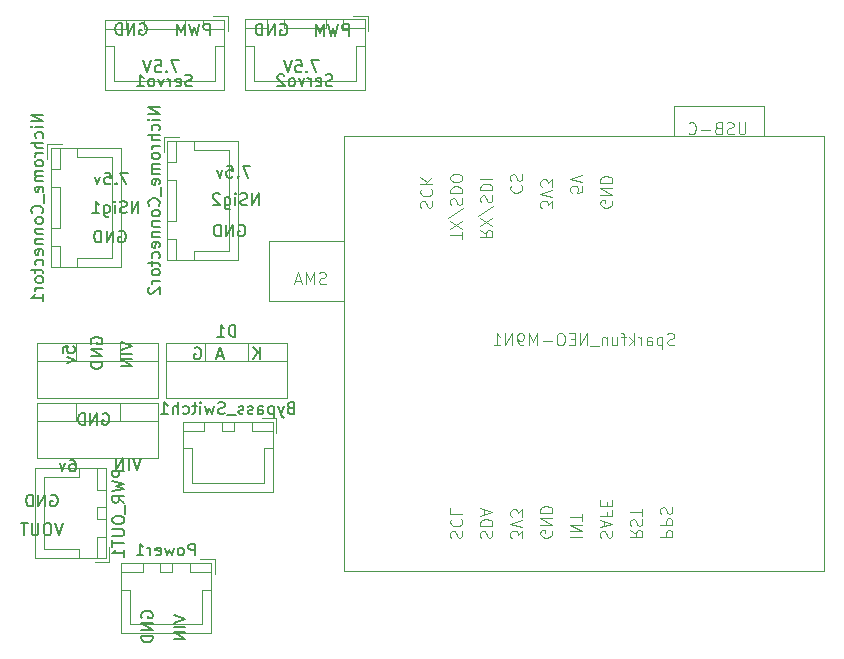
<source format=gbr>
%TF.GenerationSoftware,KiCad,Pcbnew,7.0.6-0*%
%TF.CreationDate,2023-11-16T12:12:08-05:00*%
%TF.ProjectId,TADPOL PCB,54414450-4f4c-4205-9043-422e6b696361,rev?*%
%TF.SameCoordinates,Original*%
%TF.FileFunction,Legend,Bot*%
%TF.FilePolarity,Positive*%
%FSLAX46Y46*%
G04 Gerber Fmt 4.6, Leading zero omitted, Abs format (unit mm)*
G04 Created by KiCad (PCBNEW 7.0.6-0) date 2023-11-16 12:12:08*
%MOMM*%
%LPD*%
G01*
G04 APERTURE LIST*
%ADD10C,0.150000*%
%ADD11C,0.100000*%
%ADD12C,0.120000*%
G04 APERTURE END LIST*
D10*
X159962649Y-119376819D02*
X160153125Y-119376819D01*
X160153125Y-119376819D02*
X160248363Y-119424438D01*
X160248363Y-119424438D02*
X160295982Y-119472057D01*
X160295982Y-119472057D02*
X160391220Y-119614914D01*
X160391220Y-119614914D02*
X160438839Y-119805390D01*
X160438839Y-119805390D02*
X160438839Y-120186342D01*
X160438839Y-120186342D02*
X160391220Y-120281580D01*
X160391220Y-120281580D02*
X160343601Y-120329200D01*
X160343601Y-120329200D02*
X160248363Y-120376819D01*
X160248363Y-120376819D02*
X160057887Y-120376819D01*
X160057887Y-120376819D02*
X159962649Y-120329200D01*
X159962649Y-120329200D02*
X159915030Y-120281580D01*
X159915030Y-120281580D02*
X159867411Y-120186342D01*
X159867411Y-120186342D02*
X159867411Y-119948247D01*
X159867411Y-119948247D02*
X159915030Y-119853009D01*
X159915030Y-119853009D02*
X159962649Y-119805390D01*
X159962649Y-119805390D02*
X160057887Y-119757771D01*
X160057887Y-119757771D02*
X160248363Y-119757771D01*
X160248363Y-119757771D02*
X160343601Y-119805390D01*
X160343601Y-119805390D02*
X160391220Y-119853009D01*
X160391220Y-119853009D02*
X160438839Y-119948247D01*
X159534077Y-119710152D02*
X159295982Y-120376819D01*
X159295982Y-120376819D02*
X159057887Y-119710152D01*
X165922077Y-119265819D02*
X165588744Y-120265819D01*
X165588744Y-120265819D02*
X165255411Y-119265819D01*
X164922077Y-120265819D02*
X164922077Y-119265819D01*
X164445887Y-120265819D02*
X164445887Y-119265819D01*
X164445887Y-119265819D02*
X163874459Y-120265819D01*
X163874459Y-120265819D02*
X163874459Y-119265819D01*
X162715411Y-115503438D02*
X162810649Y-115455819D01*
X162810649Y-115455819D02*
X162953506Y-115455819D01*
X162953506Y-115455819D02*
X163096363Y-115503438D01*
X163096363Y-115503438D02*
X163191601Y-115598676D01*
X163191601Y-115598676D02*
X163239220Y-115693914D01*
X163239220Y-115693914D02*
X163286839Y-115884390D01*
X163286839Y-115884390D02*
X163286839Y-116027247D01*
X163286839Y-116027247D02*
X163239220Y-116217723D01*
X163239220Y-116217723D02*
X163191601Y-116312961D01*
X163191601Y-116312961D02*
X163096363Y-116408200D01*
X163096363Y-116408200D02*
X162953506Y-116455819D01*
X162953506Y-116455819D02*
X162858268Y-116455819D01*
X162858268Y-116455819D02*
X162715411Y-116408200D01*
X162715411Y-116408200D02*
X162667792Y-116360580D01*
X162667792Y-116360580D02*
X162667792Y-116027247D01*
X162667792Y-116027247D02*
X162858268Y-116027247D01*
X162239220Y-116455819D02*
X162239220Y-115455819D01*
X162239220Y-115455819D02*
X161667792Y-116455819D01*
X161667792Y-116455819D02*
X161667792Y-115455819D01*
X161191601Y-116455819D02*
X161191601Y-115455819D01*
X161191601Y-115455819D02*
X160953506Y-115455819D01*
X160953506Y-115455819D02*
X160810649Y-115503438D01*
X160810649Y-115503438D02*
X160715411Y-115598676D01*
X160715411Y-115598676D02*
X160667792Y-115693914D01*
X160667792Y-115693914D02*
X160620173Y-115884390D01*
X160620173Y-115884390D02*
X160620173Y-116027247D01*
X160620173Y-116027247D02*
X160667792Y-116217723D01*
X160667792Y-116217723D02*
X160715411Y-116312961D01*
X160715411Y-116312961D02*
X160810649Y-116408200D01*
X160810649Y-116408200D02*
X160953506Y-116455819D01*
X160953506Y-116455819D02*
X161191601Y-116455819D01*
X164883858Y-95085019D02*
X164217192Y-95085019D01*
X164217192Y-95085019D02*
X164645763Y-96085019D01*
X163836239Y-95989780D02*
X163788620Y-96037400D01*
X163788620Y-96037400D02*
X163836239Y-96085019D01*
X163836239Y-96085019D02*
X163883858Y-96037400D01*
X163883858Y-96037400D02*
X163836239Y-95989780D01*
X163836239Y-95989780D02*
X163836239Y-96085019D01*
X162883859Y-95085019D02*
X163360049Y-95085019D01*
X163360049Y-95085019D02*
X163407668Y-95561209D01*
X163407668Y-95561209D02*
X163360049Y-95513590D01*
X163360049Y-95513590D02*
X163264811Y-95465971D01*
X163264811Y-95465971D02*
X163026716Y-95465971D01*
X163026716Y-95465971D02*
X162931478Y-95513590D01*
X162931478Y-95513590D02*
X162883859Y-95561209D01*
X162883859Y-95561209D02*
X162836240Y-95656447D01*
X162836240Y-95656447D02*
X162836240Y-95894542D01*
X162836240Y-95894542D02*
X162883859Y-95989780D01*
X162883859Y-95989780D02*
X162931478Y-96037400D01*
X162931478Y-96037400D02*
X163026716Y-96085019D01*
X163026716Y-96085019D02*
X163264811Y-96085019D01*
X163264811Y-96085019D02*
X163360049Y-96037400D01*
X163360049Y-96037400D02*
X163407668Y-95989780D01*
X162502906Y-95418352D02*
X162264811Y-96085019D01*
X162264811Y-96085019D02*
X162026716Y-95418352D01*
X174221611Y-99526838D02*
X174316849Y-99479219D01*
X174316849Y-99479219D02*
X174459706Y-99479219D01*
X174459706Y-99479219D02*
X174602563Y-99526838D01*
X174602563Y-99526838D02*
X174697801Y-99622076D01*
X174697801Y-99622076D02*
X174745420Y-99717314D01*
X174745420Y-99717314D02*
X174793039Y-99907790D01*
X174793039Y-99907790D02*
X174793039Y-100050647D01*
X174793039Y-100050647D02*
X174745420Y-100241123D01*
X174745420Y-100241123D02*
X174697801Y-100336361D01*
X174697801Y-100336361D02*
X174602563Y-100431600D01*
X174602563Y-100431600D02*
X174459706Y-100479219D01*
X174459706Y-100479219D02*
X174364468Y-100479219D01*
X174364468Y-100479219D02*
X174221611Y-100431600D01*
X174221611Y-100431600D02*
X174173992Y-100383980D01*
X174173992Y-100383980D02*
X174173992Y-100050647D01*
X174173992Y-100050647D02*
X174364468Y-100050647D01*
X173745420Y-100479219D02*
X173745420Y-99479219D01*
X173745420Y-99479219D02*
X173173992Y-100479219D01*
X173173992Y-100479219D02*
X173173992Y-99479219D01*
X172697801Y-100479219D02*
X172697801Y-99479219D01*
X172697801Y-99479219D02*
X172459706Y-99479219D01*
X172459706Y-99479219D02*
X172316849Y-99526838D01*
X172316849Y-99526838D02*
X172221611Y-99622076D01*
X172221611Y-99622076D02*
X172173992Y-99717314D01*
X172173992Y-99717314D02*
X172126373Y-99907790D01*
X172126373Y-99907790D02*
X172126373Y-100050647D01*
X172126373Y-100050647D02*
X172173992Y-100241123D01*
X172173992Y-100241123D02*
X172221611Y-100336361D01*
X172221611Y-100336361D02*
X172316849Y-100431600D01*
X172316849Y-100431600D02*
X172459706Y-100479219D01*
X172459706Y-100479219D02*
X172697801Y-100479219D01*
X181038258Y-85585419D02*
X180371592Y-85585419D01*
X180371592Y-85585419D02*
X180800163Y-86585419D01*
X179990639Y-86490180D02*
X179943020Y-86537800D01*
X179943020Y-86537800D02*
X179990639Y-86585419D01*
X179990639Y-86585419D02*
X180038258Y-86537800D01*
X180038258Y-86537800D02*
X179990639Y-86490180D01*
X179990639Y-86490180D02*
X179990639Y-86585419D01*
X179038259Y-85585419D02*
X179514449Y-85585419D01*
X179514449Y-85585419D02*
X179562068Y-86061609D01*
X179562068Y-86061609D02*
X179514449Y-86013990D01*
X179514449Y-86013990D02*
X179419211Y-85966371D01*
X179419211Y-85966371D02*
X179181116Y-85966371D01*
X179181116Y-85966371D02*
X179085878Y-86013990D01*
X179085878Y-86013990D02*
X179038259Y-86061609D01*
X179038259Y-86061609D02*
X178990640Y-86156847D01*
X178990640Y-86156847D02*
X178990640Y-86394942D01*
X178990640Y-86394942D02*
X179038259Y-86490180D01*
X179038259Y-86490180D02*
X179085878Y-86537800D01*
X179085878Y-86537800D02*
X179181116Y-86585419D01*
X179181116Y-86585419D02*
X179419211Y-86585419D01*
X179419211Y-86585419D02*
X179514449Y-86537800D01*
X179514449Y-86537800D02*
X179562068Y-86490180D01*
X178704925Y-85585419D02*
X178371592Y-86585419D01*
X178371592Y-86585419D02*
X178038259Y-85585419D01*
X165865011Y-82458038D02*
X165960249Y-82410419D01*
X165960249Y-82410419D02*
X166103106Y-82410419D01*
X166103106Y-82410419D02*
X166245963Y-82458038D01*
X166245963Y-82458038D02*
X166341201Y-82553276D01*
X166341201Y-82553276D02*
X166388820Y-82648514D01*
X166388820Y-82648514D02*
X166436439Y-82838990D01*
X166436439Y-82838990D02*
X166436439Y-82981847D01*
X166436439Y-82981847D02*
X166388820Y-83172323D01*
X166388820Y-83172323D02*
X166341201Y-83267561D01*
X166341201Y-83267561D02*
X166245963Y-83362800D01*
X166245963Y-83362800D02*
X166103106Y-83410419D01*
X166103106Y-83410419D02*
X166007868Y-83410419D01*
X166007868Y-83410419D02*
X165865011Y-83362800D01*
X165865011Y-83362800D02*
X165817392Y-83315180D01*
X165817392Y-83315180D02*
X165817392Y-82981847D01*
X165817392Y-82981847D02*
X166007868Y-82981847D01*
X165388820Y-83410419D02*
X165388820Y-82410419D01*
X165388820Y-82410419D02*
X164817392Y-83410419D01*
X164817392Y-83410419D02*
X164817392Y-82410419D01*
X164341201Y-83410419D02*
X164341201Y-82410419D01*
X164341201Y-82410419D02*
X164103106Y-82410419D01*
X164103106Y-82410419D02*
X163960249Y-82458038D01*
X163960249Y-82458038D02*
X163865011Y-82553276D01*
X163865011Y-82553276D02*
X163817392Y-82648514D01*
X163817392Y-82648514D02*
X163769773Y-82838990D01*
X163769773Y-82838990D02*
X163769773Y-82981847D01*
X163769773Y-82981847D02*
X163817392Y-83172323D01*
X163817392Y-83172323D02*
X163865011Y-83267561D01*
X163865011Y-83267561D02*
X163960249Y-83362800D01*
X163960249Y-83362800D02*
X164103106Y-83410419D01*
X164103106Y-83410419D02*
X164341201Y-83410419D01*
X177752211Y-82508838D02*
X177847449Y-82461219D01*
X177847449Y-82461219D02*
X177990306Y-82461219D01*
X177990306Y-82461219D02*
X178133163Y-82508838D01*
X178133163Y-82508838D02*
X178228401Y-82604076D01*
X178228401Y-82604076D02*
X178276020Y-82699314D01*
X178276020Y-82699314D02*
X178323639Y-82889790D01*
X178323639Y-82889790D02*
X178323639Y-83032647D01*
X178323639Y-83032647D02*
X178276020Y-83223123D01*
X178276020Y-83223123D02*
X178228401Y-83318361D01*
X178228401Y-83318361D02*
X178133163Y-83413600D01*
X178133163Y-83413600D02*
X177990306Y-83461219D01*
X177990306Y-83461219D02*
X177895068Y-83461219D01*
X177895068Y-83461219D02*
X177752211Y-83413600D01*
X177752211Y-83413600D02*
X177704592Y-83365980D01*
X177704592Y-83365980D02*
X177704592Y-83032647D01*
X177704592Y-83032647D02*
X177895068Y-83032647D01*
X177276020Y-83461219D02*
X177276020Y-82461219D01*
X177276020Y-82461219D02*
X176704592Y-83461219D01*
X176704592Y-83461219D02*
X176704592Y-82461219D01*
X176228401Y-83461219D02*
X176228401Y-82461219D01*
X176228401Y-82461219D02*
X175990306Y-82461219D01*
X175990306Y-82461219D02*
X175847449Y-82508838D01*
X175847449Y-82508838D02*
X175752211Y-82604076D01*
X175752211Y-82604076D02*
X175704592Y-82699314D01*
X175704592Y-82699314D02*
X175656973Y-82889790D01*
X175656973Y-82889790D02*
X175656973Y-83032647D01*
X175656973Y-83032647D02*
X175704592Y-83223123D01*
X175704592Y-83223123D02*
X175752211Y-83318361D01*
X175752211Y-83318361D02*
X175847449Y-83413600D01*
X175847449Y-83413600D02*
X175990306Y-83461219D01*
X175990306Y-83461219D02*
X176228401Y-83461219D01*
X170491011Y-109933438D02*
X170586249Y-109885819D01*
X170586249Y-109885819D02*
X170729106Y-109885819D01*
X170729106Y-109885819D02*
X170871963Y-109933438D01*
X170871963Y-109933438D02*
X170967201Y-110028676D01*
X170967201Y-110028676D02*
X171014820Y-110123914D01*
X171014820Y-110123914D02*
X171062439Y-110314390D01*
X171062439Y-110314390D02*
X171062439Y-110457247D01*
X171062439Y-110457247D02*
X171014820Y-110647723D01*
X171014820Y-110647723D02*
X170967201Y-110742961D01*
X170967201Y-110742961D02*
X170871963Y-110838200D01*
X170871963Y-110838200D02*
X170729106Y-110885819D01*
X170729106Y-110885819D02*
X170633868Y-110885819D01*
X170633868Y-110885819D02*
X170491011Y-110838200D01*
X170491011Y-110838200D02*
X170443392Y-110790580D01*
X170443392Y-110790580D02*
X170443392Y-110457247D01*
X170443392Y-110457247D02*
X170633868Y-110457247D01*
X158321211Y-122386838D02*
X158416449Y-122339219D01*
X158416449Y-122339219D02*
X158559306Y-122339219D01*
X158559306Y-122339219D02*
X158702163Y-122386838D01*
X158702163Y-122386838D02*
X158797401Y-122482076D01*
X158797401Y-122482076D02*
X158845020Y-122577314D01*
X158845020Y-122577314D02*
X158892639Y-122767790D01*
X158892639Y-122767790D02*
X158892639Y-122910647D01*
X158892639Y-122910647D02*
X158845020Y-123101123D01*
X158845020Y-123101123D02*
X158797401Y-123196361D01*
X158797401Y-123196361D02*
X158702163Y-123291600D01*
X158702163Y-123291600D02*
X158559306Y-123339219D01*
X158559306Y-123339219D02*
X158464068Y-123339219D01*
X158464068Y-123339219D02*
X158321211Y-123291600D01*
X158321211Y-123291600D02*
X158273592Y-123243980D01*
X158273592Y-123243980D02*
X158273592Y-122910647D01*
X158273592Y-122910647D02*
X158464068Y-122910647D01*
X157845020Y-123339219D02*
X157845020Y-122339219D01*
X157845020Y-122339219D02*
X157273592Y-123339219D01*
X157273592Y-123339219D02*
X157273592Y-122339219D01*
X156797401Y-123339219D02*
X156797401Y-122339219D01*
X156797401Y-122339219D02*
X156559306Y-122339219D01*
X156559306Y-122339219D02*
X156416449Y-122386838D01*
X156416449Y-122386838D02*
X156321211Y-122482076D01*
X156321211Y-122482076D02*
X156273592Y-122577314D01*
X156273592Y-122577314D02*
X156225973Y-122767790D01*
X156225973Y-122767790D02*
X156225973Y-122910647D01*
X156225973Y-122910647D02*
X156273592Y-123101123D01*
X156273592Y-123101123D02*
X156321211Y-123196361D01*
X156321211Y-123196361D02*
X156416449Y-123291600D01*
X156416449Y-123291600D02*
X156559306Y-123339219D01*
X156559306Y-123339219D02*
X156797401Y-123339219D01*
X171799020Y-83461219D02*
X171799020Y-82461219D01*
X171799020Y-82461219D02*
X171418068Y-82461219D01*
X171418068Y-82461219D02*
X171322830Y-82508838D01*
X171322830Y-82508838D02*
X171275211Y-82556457D01*
X171275211Y-82556457D02*
X171227592Y-82651695D01*
X171227592Y-82651695D02*
X171227592Y-82794552D01*
X171227592Y-82794552D02*
X171275211Y-82889790D01*
X171275211Y-82889790D02*
X171322830Y-82937409D01*
X171322830Y-82937409D02*
X171418068Y-82985028D01*
X171418068Y-82985028D02*
X171799020Y-82985028D01*
X170894258Y-82461219D02*
X170656163Y-83461219D01*
X170656163Y-83461219D02*
X170465687Y-82746933D01*
X170465687Y-82746933D02*
X170275211Y-83461219D01*
X170275211Y-83461219D02*
X170037116Y-82461219D01*
X169656163Y-83461219D02*
X169656163Y-82461219D01*
X169656163Y-82461219D02*
X169322830Y-83175504D01*
X169322830Y-83175504D02*
X168989497Y-82461219D01*
X168989497Y-82461219D02*
X168989497Y-83461219D01*
X183559220Y-83512019D02*
X183559220Y-82512019D01*
X183559220Y-82512019D02*
X183178268Y-82512019D01*
X183178268Y-82512019D02*
X183083030Y-82559638D01*
X183083030Y-82559638D02*
X183035411Y-82607257D01*
X183035411Y-82607257D02*
X182987792Y-82702495D01*
X182987792Y-82702495D02*
X182987792Y-82845352D01*
X182987792Y-82845352D02*
X183035411Y-82940590D01*
X183035411Y-82940590D02*
X183083030Y-82988209D01*
X183083030Y-82988209D02*
X183178268Y-83035828D01*
X183178268Y-83035828D02*
X183559220Y-83035828D01*
X182654458Y-82512019D02*
X182416363Y-83512019D01*
X182416363Y-83512019D02*
X182225887Y-82797733D01*
X182225887Y-82797733D02*
X182035411Y-83512019D01*
X182035411Y-83512019D02*
X181797316Y-82512019D01*
X181416363Y-83512019D02*
X181416363Y-82512019D01*
X181416363Y-82512019D02*
X181083030Y-83226304D01*
X181083030Y-83226304D02*
X180749697Y-82512019D01*
X180749697Y-82512019D02*
X180749697Y-83512019D01*
X169151058Y-85585419D02*
X168484392Y-85585419D01*
X168484392Y-85585419D02*
X168912963Y-86585419D01*
X168103439Y-86490180D02*
X168055820Y-86537800D01*
X168055820Y-86537800D02*
X168103439Y-86585419D01*
X168103439Y-86585419D02*
X168151058Y-86537800D01*
X168151058Y-86537800D02*
X168103439Y-86490180D01*
X168103439Y-86490180D02*
X168103439Y-86585419D01*
X167151059Y-85585419D02*
X167627249Y-85585419D01*
X167627249Y-85585419D02*
X167674868Y-86061609D01*
X167674868Y-86061609D02*
X167627249Y-86013990D01*
X167627249Y-86013990D02*
X167532011Y-85966371D01*
X167532011Y-85966371D02*
X167293916Y-85966371D01*
X167293916Y-85966371D02*
X167198678Y-86013990D01*
X167198678Y-86013990D02*
X167151059Y-86061609D01*
X167151059Y-86061609D02*
X167103440Y-86156847D01*
X167103440Y-86156847D02*
X167103440Y-86394942D01*
X167103440Y-86394942D02*
X167151059Y-86490180D01*
X167151059Y-86490180D02*
X167198678Y-86537800D01*
X167198678Y-86537800D02*
X167293916Y-86585419D01*
X167293916Y-86585419D02*
X167532011Y-86585419D01*
X167532011Y-86585419D02*
X167627249Y-86537800D01*
X167627249Y-86537800D02*
X167674868Y-86490180D01*
X166817725Y-85585419D02*
X166484392Y-86585419D01*
X166484392Y-86585419D02*
X166151059Y-85585419D01*
X175939220Y-97837619D02*
X175939220Y-96837619D01*
X175939220Y-96837619D02*
X175367792Y-97837619D01*
X175367792Y-97837619D02*
X175367792Y-96837619D01*
X174939220Y-97790000D02*
X174796363Y-97837619D01*
X174796363Y-97837619D02*
X174558268Y-97837619D01*
X174558268Y-97837619D02*
X174463030Y-97790000D01*
X174463030Y-97790000D02*
X174415411Y-97742380D01*
X174415411Y-97742380D02*
X174367792Y-97647142D01*
X174367792Y-97647142D02*
X174367792Y-97551904D01*
X174367792Y-97551904D02*
X174415411Y-97456666D01*
X174415411Y-97456666D02*
X174463030Y-97409047D01*
X174463030Y-97409047D02*
X174558268Y-97361428D01*
X174558268Y-97361428D02*
X174748744Y-97313809D01*
X174748744Y-97313809D02*
X174843982Y-97266190D01*
X174843982Y-97266190D02*
X174891601Y-97218571D01*
X174891601Y-97218571D02*
X174939220Y-97123333D01*
X174939220Y-97123333D02*
X174939220Y-97028095D01*
X174939220Y-97028095D02*
X174891601Y-96932857D01*
X174891601Y-96932857D02*
X174843982Y-96885238D01*
X174843982Y-96885238D02*
X174748744Y-96837619D01*
X174748744Y-96837619D02*
X174510649Y-96837619D01*
X174510649Y-96837619D02*
X174367792Y-96885238D01*
X173939220Y-97837619D02*
X173939220Y-97170952D01*
X173939220Y-96837619D02*
X173986839Y-96885238D01*
X173986839Y-96885238D02*
X173939220Y-96932857D01*
X173939220Y-96932857D02*
X173891601Y-96885238D01*
X173891601Y-96885238D02*
X173939220Y-96837619D01*
X173939220Y-96837619D02*
X173939220Y-96932857D01*
X173034459Y-97170952D02*
X173034459Y-97980476D01*
X173034459Y-97980476D02*
X173082078Y-98075714D01*
X173082078Y-98075714D02*
X173129697Y-98123333D01*
X173129697Y-98123333D02*
X173224935Y-98170952D01*
X173224935Y-98170952D02*
X173367792Y-98170952D01*
X173367792Y-98170952D02*
X173463030Y-98123333D01*
X173034459Y-97790000D02*
X173129697Y-97837619D01*
X173129697Y-97837619D02*
X173320173Y-97837619D01*
X173320173Y-97837619D02*
X173415411Y-97790000D01*
X173415411Y-97790000D02*
X173463030Y-97742380D01*
X173463030Y-97742380D02*
X173510649Y-97647142D01*
X173510649Y-97647142D02*
X173510649Y-97361428D01*
X173510649Y-97361428D02*
X173463030Y-97266190D01*
X173463030Y-97266190D02*
X173415411Y-97218571D01*
X173415411Y-97218571D02*
X173320173Y-97170952D01*
X173320173Y-97170952D02*
X173129697Y-97170952D01*
X173129697Y-97170952D02*
X173034459Y-97218571D01*
X172605887Y-96932857D02*
X172558268Y-96885238D01*
X172558268Y-96885238D02*
X172463030Y-96837619D01*
X172463030Y-96837619D02*
X172224935Y-96837619D01*
X172224935Y-96837619D02*
X172129697Y-96885238D01*
X172129697Y-96885238D02*
X172082078Y-96932857D01*
X172082078Y-96932857D02*
X172034459Y-97028095D01*
X172034459Y-97028095D02*
X172034459Y-97123333D01*
X172034459Y-97123333D02*
X172082078Y-97266190D01*
X172082078Y-97266190D02*
X172653506Y-97837619D01*
X172653506Y-97837619D02*
X172034459Y-97837619D01*
X172913439Y-110600104D02*
X172437249Y-110600104D01*
X173008677Y-110885819D02*
X172675344Y-109885819D01*
X172675344Y-109885819D02*
X172342011Y-110885819D01*
X161731438Y-109572588D02*
X161683819Y-109477350D01*
X161683819Y-109477350D02*
X161683819Y-109334493D01*
X161683819Y-109334493D02*
X161731438Y-109191636D01*
X161731438Y-109191636D02*
X161826676Y-109096398D01*
X161826676Y-109096398D02*
X161921914Y-109048779D01*
X161921914Y-109048779D02*
X162112390Y-109001160D01*
X162112390Y-109001160D02*
X162255247Y-109001160D01*
X162255247Y-109001160D02*
X162445723Y-109048779D01*
X162445723Y-109048779D02*
X162540961Y-109096398D01*
X162540961Y-109096398D02*
X162636200Y-109191636D01*
X162636200Y-109191636D02*
X162683819Y-109334493D01*
X162683819Y-109334493D02*
X162683819Y-109429731D01*
X162683819Y-109429731D02*
X162636200Y-109572588D01*
X162636200Y-109572588D02*
X162588580Y-109620207D01*
X162588580Y-109620207D02*
X162255247Y-109620207D01*
X162255247Y-109620207D02*
X162255247Y-109429731D01*
X162683819Y-110048779D02*
X161683819Y-110048779D01*
X161683819Y-110048779D02*
X162683819Y-110620207D01*
X162683819Y-110620207D02*
X161683819Y-110620207D01*
X162683819Y-111096398D02*
X161683819Y-111096398D01*
X161683819Y-111096398D02*
X161683819Y-111334493D01*
X161683819Y-111334493D02*
X161731438Y-111477350D01*
X161731438Y-111477350D02*
X161826676Y-111572588D01*
X161826676Y-111572588D02*
X161921914Y-111620207D01*
X161921914Y-111620207D02*
X162112390Y-111667826D01*
X162112390Y-111667826D02*
X162255247Y-111667826D01*
X162255247Y-111667826D02*
X162445723Y-111620207D01*
X162445723Y-111620207D02*
X162540961Y-111572588D01*
X162540961Y-111572588D02*
X162636200Y-111477350D01*
X162636200Y-111477350D02*
X162683819Y-111334493D01*
X162683819Y-111334493D02*
X162683819Y-111096398D01*
X164087011Y-100034838D02*
X164182249Y-99987219D01*
X164182249Y-99987219D02*
X164325106Y-99987219D01*
X164325106Y-99987219D02*
X164467963Y-100034838D01*
X164467963Y-100034838D02*
X164563201Y-100130076D01*
X164563201Y-100130076D02*
X164610820Y-100225314D01*
X164610820Y-100225314D02*
X164658439Y-100415790D01*
X164658439Y-100415790D02*
X164658439Y-100558647D01*
X164658439Y-100558647D02*
X164610820Y-100749123D01*
X164610820Y-100749123D02*
X164563201Y-100844361D01*
X164563201Y-100844361D02*
X164467963Y-100939600D01*
X164467963Y-100939600D02*
X164325106Y-100987219D01*
X164325106Y-100987219D02*
X164229868Y-100987219D01*
X164229868Y-100987219D02*
X164087011Y-100939600D01*
X164087011Y-100939600D02*
X164039392Y-100891980D01*
X164039392Y-100891980D02*
X164039392Y-100558647D01*
X164039392Y-100558647D02*
X164229868Y-100558647D01*
X163610820Y-100987219D02*
X163610820Y-99987219D01*
X163610820Y-99987219D02*
X163039392Y-100987219D01*
X163039392Y-100987219D02*
X163039392Y-99987219D01*
X162563201Y-100987219D02*
X162563201Y-99987219D01*
X162563201Y-99987219D02*
X162325106Y-99987219D01*
X162325106Y-99987219D02*
X162182249Y-100034838D01*
X162182249Y-100034838D02*
X162087011Y-100130076D01*
X162087011Y-100130076D02*
X162039392Y-100225314D01*
X162039392Y-100225314D02*
X161991773Y-100415790D01*
X161991773Y-100415790D02*
X161991773Y-100558647D01*
X161991773Y-100558647D02*
X162039392Y-100749123D01*
X162039392Y-100749123D02*
X162087011Y-100844361D01*
X162087011Y-100844361D02*
X162182249Y-100939600D01*
X162182249Y-100939600D02*
X162325106Y-100987219D01*
X162325106Y-100987219D02*
X162563201Y-100987219D01*
X159318077Y-124777619D02*
X158984744Y-125777619D01*
X158984744Y-125777619D02*
X158651411Y-124777619D01*
X158127601Y-124777619D02*
X157937125Y-124777619D01*
X157937125Y-124777619D02*
X157841887Y-124825238D01*
X157841887Y-124825238D02*
X157746649Y-124920476D01*
X157746649Y-124920476D02*
X157699030Y-125110952D01*
X157699030Y-125110952D02*
X157699030Y-125444285D01*
X157699030Y-125444285D02*
X157746649Y-125634761D01*
X157746649Y-125634761D02*
X157841887Y-125730000D01*
X157841887Y-125730000D02*
X157937125Y-125777619D01*
X157937125Y-125777619D02*
X158127601Y-125777619D01*
X158127601Y-125777619D02*
X158222839Y-125730000D01*
X158222839Y-125730000D02*
X158318077Y-125634761D01*
X158318077Y-125634761D02*
X158365696Y-125444285D01*
X158365696Y-125444285D02*
X158365696Y-125110952D01*
X158365696Y-125110952D02*
X158318077Y-124920476D01*
X158318077Y-124920476D02*
X158222839Y-124825238D01*
X158222839Y-124825238D02*
X158127601Y-124777619D01*
X157270458Y-124777619D02*
X157270458Y-125587142D01*
X157270458Y-125587142D02*
X157222839Y-125682380D01*
X157222839Y-125682380D02*
X157175220Y-125730000D01*
X157175220Y-125730000D02*
X157079982Y-125777619D01*
X157079982Y-125777619D02*
X156889506Y-125777619D01*
X156889506Y-125777619D02*
X156794268Y-125730000D01*
X156794268Y-125730000D02*
X156746649Y-125682380D01*
X156746649Y-125682380D02*
X156699030Y-125587142D01*
X156699030Y-125587142D02*
X156699030Y-124777619D01*
X156365696Y-124777619D02*
X155794268Y-124777619D01*
X156079982Y-125777619D02*
X156079982Y-124777619D01*
X176015420Y-110867819D02*
X176015420Y-109867819D01*
X175443992Y-110867819D02*
X175872563Y-110296390D01*
X175443992Y-109867819D02*
X176015420Y-110439247D01*
X159324819Y-110318969D02*
X159324819Y-109842779D01*
X159324819Y-109842779D02*
X159801009Y-109795160D01*
X159801009Y-109795160D02*
X159753390Y-109842779D01*
X159753390Y-109842779D02*
X159705771Y-109938017D01*
X159705771Y-109938017D02*
X159705771Y-110176112D01*
X159705771Y-110176112D02*
X159753390Y-110271350D01*
X159753390Y-110271350D02*
X159801009Y-110318969D01*
X159801009Y-110318969D02*
X159896247Y-110366588D01*
X159896247Y-110366588D02*
X160134342Y-110366588D01*
X160134342Y-110366588D02*
X160229580Y-110318969D01*
X160229580Y-110318969D02*
X160277200Y-110271350D01*
X160277200Y-110271350D02*
X160324819Y-110176112D01*
X160324819Y-110176112D02*
X160324819Y-109938017D01*
X160324819Y-109938017D02*
X160277200Y-109842779D01*
X160277200Y-109842779D02*
X160229580Y-109795160D01*
X159658152Y-110699922D02*
X160324819Y-110938017D01*
X160324819Y-110938017D02*
X159658152Y-111176112D01*
X164223819Y-109413922D02*
X165223819Y-109747255D01*
X165223819Y-109747255D02*
X164223819Y-110080588D01*
X165223819Y-110413922D02*
X164223819Y-110413922D01*
X165223819Y-110890112D02*
X164223819Y-110890112D01*
X164223819Y-110890112D02*
X165223819Y-111461540D01*
X165223819Y-111461540D02*
X164223819Y-111461540D01*
X165998638Y-132762788D02*
X165951019Y-132667550D01*
X165951019Y-132667550D02*
X165951019Y-132524693D01*
X165951019Y-132524693D02*
X165998638Y-132381836D01*
X165998638Y-132381836D02*
X166093876Y-132286598D01*
X166093876Y-132286598D02*
X166189114Y-132238979D01*
X166189114Y-132238979D02*
X166379590Y-132191360D01*
X166379590Y-132191360D02*
X166522447Y-132191360D01*
X166522447Y-132191360D02*
X166712923Y-132238979D01*
X166712923Y-132238979D02*
X166808161Y-132286598D01*
X166808161Y-132286598D02*
X166903400Y-132381836D01*
X166903400Y-132381836D02*
X166951019Y-132524693D01*
X166951019Y-132524693D02*
X166951019Y-132619931D01*
X166951019Y-132619931D02*
X166903400Y-132762788D01*
X166903400Y-132762788D02*
X166855780Y-132810407D01*
X166855780Y-132810407D02*
X166522447Y-132810407D01*
X166522447Y-132810407D02*
X166522447Y-132619931D01*
X166951019Y-133238979D02*
X165951019Y-133238979D01*
X165951019Y-133238979D02*
X166951019Y-133810407D01*
X166951019Y-133810407D02*
X165951019Y-133810407D01*
X166951019Y-134286598D02*
X165951019Y-134286598D01*
X165951019Y-134286598D02*
X165951019Y-134524693D01*
X165951019Y-134524693D02*
X165998638Y-134667550D01*
X165998638Y-134667550D02*
X166093876Y-134762788D01*
X166093876Y-134762788D02*
X166189114Y-134810407D01*
X166189114Y-134810407D02*
X166379590Y-134858026D01*
X166379590Y-134858026D02*
X166522447Y-134858026D01*
X166522447Y-134858026D02*
X166712923Y-134810407D01*
X166712923Y-134810407D02*
X166808161Y-134762788D01*
X166808161Y-134762788D02*
X166903400Y-134667550D01*
X166903400Y-134667550D02*
X166951019Y-134524693D01*
X166951019Y-134524693D02*
X166951019Y-134286598D01*
X175221658Y-94500819D02*
X174554992Y-94500819D01*
X174554992Y-94500819D02*
X174983563Y-95500819D01*
X174174039Y-95405580D02*
X174126420Y-95453200D01*
X174126420Y-95453200D02*
X174174039Y-95500819D01*
X174174039Y-95500819D02*
X174221658Y-95453200D01*
X174221658Y-95453200D02*
X174174039Y-95405580D01*
X174174039Y-95405580D02*
X174174039Y-95500819D01*
X173221659Y-94500819D02*
X173697849Y-94500819D01*
X173697849Y-94500819D02*
X173745468Y-94977009D01*
X173745468Y-94977009D02*
X173697849Y-94929390D01*
X173697849Y-94929390D02*
X173602611Y-94881771D01*
X173602611Y-94881771D02*
X173364516Y-94881771D01*
X173364516Y-94881771D02*
X173269278Y-94929390D01*
X173269278Y-94929390D02*
X173221659Y-94977009D01*
X173221659Y-94977009D02*
X173174040Y-95072247D01*
X173174040Y-95072247D02*
X173174040Y-95310342D01*
X173174040Y-95310342D02*
X173221659Y-95405580D01*
X173221659Y-95405580D02*
X173269278Y-95453200D01*
X173269278Y-95453200D02*
X173364516Y-95500819D01*
X173364516Y-95500819D02*
X173602611Y-95500819D01*
X173602611Y-95500819D02*
X173697849Y-95453200D01*
X173697849Y-95453200D02*
X173745468Y-95405580D01*
X172840706Y-94834152D02*
X172602611Y-95500819D01*
X172602611Y-95500819D02*
X172364516Y-94834152D01*
X168719619Y-132527922D02*
X169719619Y-132861255D01*
X169719619Y-132861255D02*
X168719619Y-133194588D01*
X169719619Y-133527922D02*
X168719619Y-133527922D01*
X169719619Y-134004112D02*
X168719619Y-134004112D01*
X168719619Y-134004112D02*
X169719619Y-134575540D01*
X169719619Y-134575540D02*
X168719619Y-134575540D01*
X165728420Y-98498019D02*
X165728420Y-97498019D01*
X165728420Y-97498019D02*
X165156992Y-98498019D01*
X165156992Y-98498019D02*
X165156992Y-97498019D01*
X164728420Y-98450400D02*
X164585563Y-98498019D01*
X164585563Y-98498019D02*
X164347468Y-98498019D01*
X164347468Y-98498019D02*
X164252230Y-98450400D01*
X164252230Y-98450400D02*
X164204611Y-98402780D01*
X164204611Y-98402780D02*
X164156992Y-98307542D01*
X164156992Y-98307542D02*
X164156992Y-98212304D01*
X164156992Y-98212304D02*
X164204611Y-98117066D01*
X164204611Y-98117066D02*
X164252230Y-98069447D01*
X164252230Y-98069447D02*
X164347468Y-98021828D01*
X164347468Y-98021828D02*
X164537944Y-97974209D01*
X164537944Y-97974209D02*
X164633182Y-97926590D01*
X164633182Y-97926590D02*
X164680801Y-97878971D01*
X164680801Y-97878971D02*
X164728420Y-97783733D01*
X164728420Y-97783733D02*
X164728420Y-97688495D01*
X164728420Y-97688495D02*
X164680801Y-97593257D01*
X164680801Y-97593257D02*
X164633182Y-97545638D01*
X164633182Y-97545638D02*
X164537944Y-97498019D01*
X164537944Y-97498019D02*
X164299849Y-97498019D01*
X164299849Y-97498019D02*
X164156992Y-97545638D01*
X163728420Y-98498019D02*
X163728420Y-97831352D01*
X163728420Y-97498019D02*
X163776039Y-97545638D01*
X163776039Y-97545638D02*
X163728420Y-97593257D01*
X163728420Y-97593257D02*
X163680801Y-97545638D01*
X163680801Y-97545638D02*
X163728420Y-97498019D01*
X163728420Y-97498019D02*
X163728420Y-97593257D01*
X162823659Y-97831352D02*
X162823659Y-98640876D01*
X162823659Y-98640876D02*
X162871278Y-98736114D01*
X162871278Y-98736114D02*
X162918897Y-98783733D01*
X162918897Y-98783733D02*
X163014135Y-98831352D01*
X163014135Y-98831352D02*
X163156992Y-98831352D01*
X163156992Y-98831352D02*
X163252230Y-98783733D01*
X162823659Y-98450400D02*
X162918897Y-98498019D01*
X162918897Y-98498019D02*
X163109373Y-98498019D01*
X163109373Y-98498019D02*
X163204611Y-98450400D01*
X163204611Y-98450400D02*
X163252230Y-98402780D01*
X163252230Y-98402780D02*
X163299849Y-98307542D01*
X163299849Y-98307542D02*
X163299849Y-98021828D01*
X163299849Y-98021828D02*
X163252230Y-97926590D01*
X163252230Y-97926590D02*
X163204611Y-97878971D01*
X163204611Y-97878971D02*
X163109373Y-97831352D01*
X163109373Y-97831352D02*
X162918897Y-97831352D01*
X162918897Y-97831352D02*
X162823659Y-97878971D01*
X161823659Y-98498019D02*
X162395087Y-98498019D01*
X162109373Y-98498019D02*
X162109373Y-97498019D01*
X162109373Y-97498019D02*
X162204611Y-97640876D01*
X162204611Y-97640876D02*
X162299849Y-97736114D01*
X162299849Y-97736114D02*
X162395087Y-97783733D01*
X157669819Y-90163047D02*
X156669819Y-90163047D01*
X156669819Y-90163047D02*
X157669819Y-90734475D01*
X157669819Y-90734475D02*
X156669819Y-90734475D01*
X157669819Y-91210666D02*
X157003152Y-91210666D01*
X156669819Y-91210666D02*
X156717438Y-91163047D01*
X156717438Y-91163047D02*
X156765057Y-91210666D01*
X156765057Y-91210666D02*
X156717438Y-91258285D01*
X156717438Y-91258285D02*
X156669819Y-91210666D01*
X156669819Y-91210666D02*
X156765057Y-91210666D01*
X157622200Y-92115427D02*
X157669819Y-92020189D01*
X157669819Y-92020189D02*
X157669819Y-91829713D01*
X157669819Y-91829713D02*
X157622200Y-91734475D01*
X157622200Y-91734475D02*
X157574580Y-91686856D01*
X157574580Y-91686856D02*
X157479342Y-91639237D01*
X157479342Y-91639237D02*
X157193628Y-91639237D01*
X157193628Y-91639237D02*
X157098390Y-91686856D01*
X157098390Y-91686856D02*
X157050771Y-91734475D01*
X157050771Y-91734475D02*
X157003152Y-91829713D01*
X157003152Y-91829713D02*
X157003152Y-92020189D01*
X157003152Y-92020189D02*
X157050771Y-92115427D01*
X157669819Y-92543999D02*
X156669819Y-92543999D01*
X157669819Y-92972570D02*
X157146009Y-92972570D01*
X157146009Y-92972570D02*
X157050771Y-92924951D01*
X157050771Y-92924951D02*
X157003152Y-92829713D01*
X157003152Y-92829713D02*
X157003152Y-92686856D01*
X157003152Y-92686856D02*
X157050771Y-92591618D01*
X157050771Y-92591618D02*
X157098390Y-92543999D01*
X157669819Y-93448761D02*
X157003152Y-93448761D01*
X157193628Y-93448761D02*
X157098390Y-93496380D01*
X157098390Y-93496380D02*
X157050771Y-93543999D01*
X157050771Y-93543999D02*
X157003152Y-93639237D01*
X157003152Y-93639237D02*
X157003152Y-93734475D01*
X157669819Y-94210666D02*
X157622200Y-94115428D01*
X157622200Y-94115428D02*
X157574580Y-94067809D01*
X157574580Y-94067809D02*
X157479342Y-94020190D01*
X157479342Y-94020190D02*
X157193628Y-94020190D01*
X157193628Y-94020190D02*
X157098390Y-94067809D01*
X157098390Y-94067809D02*
X157050771Y-94115428D01*
X157050771Y-94115428D02*
X157003152Y-94210666D01*
X157003152Y-94210666D02*
X157003152Y-94353523D01*
X157003152Y-94353523D02*
X157050771Y-94448761D01*
X157050771Y-94448761D02*
X157098390Y-94496380D01*
X157098390Y-94496380D02*
X157193628Y-94543999D01*
X157193628Y-94543999D02*
X157479342Y-94543999D01*
X157479342Y-94543999D02*
X157574580Y-94496380D01*
X157574580Y-94496380D02*
X157622200Y-94448761D01*
X157622200Y-94448761D02*
X157669819Y-94353523D01*
X157669819Y-94353523D02*
X157669819Y-94210666D01*
X157669819Y-94972571D02*
X157003152Y-94972571D01*
X157098390Y-94972571D02*
X157050771Y-95020190D01*
X157050771Y-95020190D02*
X157003152Y-95115428D01*
X157003152Y-95115428D02*
X157003152Y-95258285D01*
X157003152Y-95258285D02*
X157050771Y-95353523D01*
X157050771Y-95353523D02*
X157146009Y-95401142D01*
X157146009Y-95401142D02*
X157669819Y-95401142D01*
X157146009Y-95401142D02*
X157050771Y-95448761D01*
X157050771Y-95448761D02*
X157003152Y-95543999D01*
X157003152Y-95543999D02*
X157003152Y-95686856D01*
X157003152Y-95686856D02*
X157050771Y-95782095D01*
X157050771Y-95782095D02*
X157146009Y-95829714D01*
X157146009Y-95829714D02*
X157669819Y-95829714D01*
X157622200Y-96686856D02*
X157669819Y-96591618D01*
X157669819Y-96591618D02*
X157669819Y-96401142D01*
X157669819Y-96401142D02*
X157622200Y-96305904D01*
X157622200Y-96305904D02*
X157526961Y-96258285D01*
X157526961Y-96258285D02*
X157146009Y-96258285D01*
X157146009Y-96258285D02*
X157050771Y-96305904D01*
X157050771Y-96305904D02*
X157003152Y-96401142D01*
X157003152Y-96401142D02*
X157003152Y-96591618D01*
X157003152Y-96591618D02*
X157050771Y-96686856D01*
X157050771Y-96686856D02*
X157146009Y-96734475D01*
X157146009Y-96734475D02*
X157241247Y-96734475D01*
X157241247Y-96734475D02*
X157336485Y-96258285D01*
X157765057Y-96924952D02*
X157765057Y-97686856D01*
X157574580Y-98496380D02*
X157622200Y-98448761D01*
X157622200Y-98448761D02*
X157669819Y-98305904D01*
X157669819Y-98305904D02*
X157669819Y-98210666D01*
X157669819Y-98210666D02*
X157622200Y-98067809D01*
X157622200Y-98067809D02*
X157526961Y-97972571D01*
X157526961Y-97972571D02*
X157431723Y-97924952D01*
X157431723Y-97924952D02*
X157241247Y-97877333D01*
X157241247Y-97877333D02*
X157098390Y-97877333D01*
X157098390Y-97877333D02*
X156907914Y-97924952D01*
X156907914Y-97924952D02*
X156812676Y-97972571D01*
X156812676Y-97972571D02*
X156717438Y-98067809D01*
X156717438Y-98067809D02*
X156669819Y-98210666D01*
X156669819Y-98210666D02*
X156669819Y-98305904D01*
X156669819Y-98305904D02*
X156717438Y-98448761D01*
X156717438Y-98448761D02*
X156765057Y-98496380D01*
X157669819Y-99067809D02*
X157622200Y-98972571D01*
X157622200Y-98972571D02*
X157574580Y-98924952D01*
X157574580Y-98924952D02*
X157479342Y-98877333D01*
X157479342Y-98877333D02*
X157193628Y-98877333D01*
X157193628Y-98877333D02*
X157098390Y-98924952D01*
X157098390Y-98924952D02*
X157050771Y-98972571D01*
X157050771Y-98972571D02*
X157003152Y-99067809D01*
X157003152Y-99067809D02*
X157003152Y-99210666D01*
X157003152Y-99210666D02*
X157050771Y-99305904D01*
X157050771Y-99305904D02*
X157098390Y-99353523D01*
X157098390Y-99353523D02*
X157193628Y-99401142D01*
X157193628Y-99401142D02*
X157479342Y-99401142D01*
X157479342Y-99401142D02*
X157574580Y-99353523D01*
X157574580Y-99353523D02*
X157622200Y-99305904D01*
X157622200Y-99305904D02*
X157669819Y-99210666D01*
X157669819Y-99210666D02*
X157669819Y-99067809D01*
X157003152Y-99829714D02*
X157669819Y-99829714D01*
X157098390Y-99829714D02*
X157050771Y-99877333D01*
X157050771Y-99877333D02*
X157003152Y-99972571D01*
X157003152Y-99972571D02*
X157003152Y-100115428D01*
X157003152Y-100115428D02*
X157050771Y-100210666D01*
X157050771Y-100210666D02*
X157146009Y-100258285D01*
X157146009Y-100258285D02*
X157669819Y-100258285D01*
X157003152Y-100734476D02*
X157669819Y-100734476D01*
X157098390Y-100734476D02*
X157050771Y-100782095D01*
X157050771Y-100782095D02*
X157003152Y-100877333D01*
X157003152Y-100877333D02*
X157003152Y-101020190D01*
X157003152Y-101020190D02*
X157050771Y-101115428D01*
X157050771Y-101115428D02*
X157146009Y-101163047D01*
X157146009Y-101163047D02*
X157669819Y-101163047D01*
X157622200Y-102020190D02*
X157669819Y-101924952D01*
X157669819Y-101924952D02*
X157669819Y-101734476D01*
X157669819Y-101734476D02*
X157622200Y-101639238D01*
X157622200Y-101639238D02*
X157526961Y-101591619D01*
X157526961Y-101591619D02*
X157146009Y-101591619D01*
X157146009Y-101591619D02*
X157050771Y-101639238D01*
X157050771Y-101639238D02*
X157003152Y-101734476D01*
X157003152Y-101734476D02*
X157003152Y-101924952D01*
X157003152Y-101924952D02*
X157050771Y-102020190D01*
X157050771Y-102020190D02*
X157146009Y-102067809D01*
X157146009Y-102067809D02*
X157241247Y-102067809D01*
X157241247Y-102067809D02*
X157336485Y-101591619D01*
X157622200Y-102924952D02*
X157669819Y-102829714D01*
X157669819Y-102829714D02*
X157669819Y-102639238D01*
X157669819Y-102639238D02*
X157622200Y-102544000D01*
X157622200Y-102544000D02*
X157574580Y-102496381D01*
X157574580Y-102496381D02*
X157479342Y-102448762D01*
X157479342Y-102448762D02*
X157193628Y-102448762D01*
X157193628Y-102448762D02*
X157098390Y-102496381D01*
X157098390Y-102496381D02*
X157050771Y-102544000D01*
X157050771Y-102544000D02*
X157003152Y-102639238D01*
X157003152Y-102639238D02*
X157003152Y-102829714D01*
X157003152Y-102829714D02*
X157050771Y-102924952D01*
X157003152Y-103210667D02*
X157003152Y-103591619D01*
X156669819Y-103353524D02*
X157526961Y-103353524D01*
X157526961Y-103353524D02*
X157622200Y-103401143D01*
X157622200Y-103401143D02*
X157669819Y-103496381D01*
X157669819Y-103496381D02*
X157669819Y-103591619D01*
X157669819Y-104067810D02*
X157622200Y-103972572D01*
X157622200Y-103972572D02*
X157574580Y-103924953D01*
X157574580Y-103924953D02*
X157479342Y-103877334D01*
X157479342Y-103877334D02*
X157193628Y-103877334D01*
X157193628Y-103877334D02*
X157098390Y-103924953D01*
X157098390Y-103924953D02*
X157050771Y-103972572D01*
X157050771Y-103972572D02*
X157003152Y-104067810D01*
X157003152Y-104067810D02*
X157003152Y-104210667D01*
X157003152Y-104210667D02*
X157050771Y-104305905D01*
X157050771Y-104305905D02*
X157098390Y-104353524D01*
X157098390Y-104353524D02*
X157193628Y-104401143D01*
X157193628Y-104401143D02*
X157479342Y-104401143D01*
X157479342Y-104401143D02*
X157574580Y-104353524D01*
X157574580Y-104353524D02*
X157622200Y-104305905D01*
X157622200Y-104305905D02*
X157669819Y-104210667D01*
X157669819Y-104210667D02*
X157669819Y-104067810D01*
X157669819Y-104829715D02*
X157003152Y-104829715D01*
X157193628Y-104829715D02*
X157098390Y-104877334D01*
X157098390Y-104877334D02*
X157050771Y-104924953D01*
X157050771Y-104924953D02*
X157003152Y-105020191D01*
X157003152Y-105020191D02*
X157003152Y-105115429D01*
X157669819Y-105972572D02*
X157669819Y-105401144D01*
X157669819Y-105686858D02*
X156669819Y-105686858D01*
X156669819Y-105686858D02*
X156812676Y-105591620D01*
X156812676Y-105591620D02*
X156907914Y-105496382D01*
X156907914Y-105496382D02*
X156955533Y-105401144D01*
X167542019Y-89553447D02*
X166542019Y-89553447D01*
X166542019Y-89553447D02*
X167542019Y-90124875D01*
X167542019Y-90124875D02*
X166542019Y-90124875D01*
X167542019Y-90601066D02*
X166875352Y-90601066D01*
X166542019Y-90601066D02*
X166589638Y-90553447D01*
X166589638Y-90553447D02*
X166637257Y-90601066D01*
X166637257Y-90601066D02*
X166589638Y-90648685D01*
X166589638Y-90648685D02*
X166542019Y-90601066D01*
X166542019Y-90601066D02*
X166637257Y-90601066D01*
X167494400Y-91505827D02*
X167542019Y-91410589D01*
X167542019Y-91410589D02*
X167542019Y-91220113D01*
X167542019Y-91220113D02*
X167494400Y-91124875D01*
X167494400Y-91124875D02*
X167446780Y-91077256D01*
X167446780Y-91077256D02*
X167351542Y-91029637D01*
X167351542Y-91029637D02*
X167065828Y-91029637D01*
X167065828Y-91029637D02*
X166970590Y-91077256D01*
X166970590Y-91077256D02*
X166922971Y-91124875D01*
X166922971Y-91124875D02*
X166875352Y-91220113D01*
X166875352Y-91220113D02*
X166875352Y-91410589D01*
X166875352Y-91410589D02*
X166922971Y-91505827D01*
X167542019Y-91934399D02*
X166542019Y-91934399D01*
X167542019Y-92362970D02*
X167018209Y-92362970D01*
X167018209Y-92362970D02*
X166922971Y-92315351D01*
X166922971Y-92315351D02*
X166875352Y-92220113D01*
X166875352Y-92220113D02*
X166875352Y-92077256D01*
X166875352Y-92077256D02*
X166922971Y-91982018D01*
X166922971Y-91982018D02*
X166970590Y-91934399D01*
X167542019Y-92839161D02*
X166875352Y-92839161D01*
X167065828Y-92839161D02*
X166970590Y-92886780D01*
X166970590Y-92886780D02*
X166922971Y-92934399D01*
X166922971Y-92934399D02*
X166875352Y-93029637D01*
X166875352Y-93029637D02*
X166875352Y-93124875D01*
X167542019Y-93601066D02*
X167494400Y-93505828D01*
X167494400Y-93505828D02*
X167446780Y-93458209D01*
X167446780Y-93458209D02*
X167351542Y-93410590D01*
X167351542Y-93410590D02*
X167065828Y-93410590D01*
X167065828Y-93410590D02*
X166970590Y-93458209D01*
X166970590Y-93458209D02*
X166922971Y-93505828D01*
X166922971Y-93505828D02*
X166875352Y-93601066D01*
X166875352Y-93601066D02*
X166875352Y-93743923D01*
X166875352Y-93743923D02*
X166922971Y-93839161D01*
X166922971Y-93839161D02*
X166970590Y-93886780D01*
X166970590Y-93886780D02*
X167065828Y-93934399D01*
X167065828Y-93934399D02*
X167351542Y-93934399D01*
X167351542Y-93934399D02*
X167446780Y-93886780D01*
X167446780Y-93886780D02*
X167494400Y-93839161D01*
X167494400Y-93839161D02*
X167542019Y-93743923D01*
X167542019Y-93743923D02*
X167542019Y-93601066D01*
X167542019Y-94362971D02*
X166875352Y-94362971D01*
X166970590Y-94362971D02*
X166922971Y-94410590D01*
X166922971Y-94410590D02*
X166875352Y-94505828D01*
X166875352Y-94505828D02*
X166875352Y-94648685D01*
X166875352Y-94648685D02*
X166922971Y-94743923D01*
X166922971Y-94743923D02*
X167018209Y-94791542D01*
X167018209Y-94791542D02*
X167542019Y-94791542D01*
X167018209Y-94791542D02*
X166922971Y-94839161D01*
X166922971Y-94839161D02*
X166875352Y-94934399D01*
X166875352Y-94934399D02*
X166875352Y-95077256D01*
X166875352Y-95077256D02*
X166922971Y-95172495D01*
X166922971Y-95172495D02*
X167018209Y-95220114D01*
X167018209Y-95220114D02*
X167542019Y-95220114D01*
X167494400Y-96077256D02*
X167542019Y-95982018D01*
X167542019Y-95982018D02*
X167542019Y-95791542D01*
X167542019Y-95791542D02*
X167494400Y-95696304D01*
X167494400Y-95696304D02*
X167399161Y-95648685D01*
X167399161Y-95648685D02*
X167018209Y-95648685D01*
X167018209Y-95648685D02*
X166922971Y-95696304D01*
X166922971Y-95696304D02*
X166875352Y-95791542D01*
X166875352Y-95791542D02*
X166875352Y-95982018D01*
X166875352Y-95982018D02*
X166922971Y-96077256D01*
X166922971Y-96077256D02*
X167018209Y-96124875D01*
X167018209Y-96124875D02*
X167113447Y-96124875D01*
X167113447Y-96124875D02*
X167208685Y-95648685D01*
X167637257Y-96315352D02*
X167637257Y-97077256D01*
X167446780Y-97886780D02*
X167494400Y-97839161D01*
X167494400Y-97839161D02*
X167542019Y-97696304D01*
X167542019Y-97696304D02*
X167542019Y-97601066D01*
X167542019Y-97601066D02*
X167494400Y-97458209D01*
X167494400Y-97458209D02*
X167399161Y-97362971D01*
X167399161Y-97362971D02*
X167303923Y-97315352D01*
X167303923Y-97315352D02*
X167113447Y-97267733D01*
X167113447Y-97267733D02*
X166970590Y-97267733D01*
X166970590Y-97267733D02*
X166780114Y-97315352D01*
X166780114Y-97315352D02*
X166684876Y-97362971D01*
X166684876Y-97362971D02*
X166589638Y-97458209D01*
X166589638Y-97458209D02*
X166542019Y-97601066D01*
X166542019Y-97601066D02*
X166542019Y-97696304D01*
X166542019Y-97696304D02*
X166589638Y-97839161D01*
X166589638Y-97839161D02*
X166637257Y-97886780D01*
X167542019Y-98458209D02*
X167494400Y-98362971D01*
X167494400Y-98362971D02*
X167446780Y-98315352D01*
X167446780Y-98315352D02*
X167351542Y-98267733D01*
X167351542Y-98267733D02*
X167065828Y-98267733D01*
X167065828Y-98267733D02*
X166970590Y-98315352D01*
X166970590Y-98315352D02*
X166922971Y-98362971D01*
X166922971Y-98362971D02*
X166875352Y-98458209D01*
X166875352Y-98458209D02*
X166875352Y-98601066D01*
X166875352Y-98601066D02*
X166922971Y-98696304D01*
X166922971Y-98696304D02*
X166970590Y-98743923D01*
X166970590Y-98743923D02*
X167065828Y-98791542D01*
X167065828Y-98791542D02*
X167351542Y-98791542D01*
X167351542Y-98791542D02*
X167446780Y-98743923D01*
X167446780Y-98743923D02*
X167494400Y-98696304D01*
X167494400Y-98696304D02*
X167542019Y-98601066D01*
X167542019Y-98601066D02*
X167542019Y-98458209D01*
X166875352Y-99220114D02*
X167542019Y-99220114D01*
X166970590Y-99220114D02*
X166922971Y-99267733D01*
X166922971Y-99267733D02*
X166875352Y-99362971D01*
X166875352Y-99362971D02*
X166875352Y-99505828D01*
X166875352Y-99505828D02*
X166922971Y-99601066D01*
X166922971Y-99601066D02*
X167018209Y-99648685D01*
X167018209Y-99648685D02*
X167542019Y-99648685D01*
X166875352Y-100124876D02*
X167542019Y-100124876D01*
X166970590Y-100124876D02*
X166922971Y-100172495D01*
X166922971Y-100172495D02*
X166875352Y-100267733D01*
X166875352Y-100267733D02*
X166875352Y-100410590D01*
X166875352Y-100410590D02*
X166922971Y-100505828D01*
X166922971Y-100505828D02*
X167018209Y-100553447D01*
X167018209Y-100553447D02*
X167542019Y-100553447D01*
X167494400Y-101410590D02*
X167542019Y-101315352D01*
X167542019Y-101315352D02*
X167542019Y-101124876D01*
X167542019Y-101124876D02*
X167494400Y-101029638D01*
X167494400Y-101029638D02*
X167399161Y-100982019D01*
X167399161Y-100982019D02*
X167018209Y-100982019D01*
X167018209Y-100982019D02*
X166922971Y-101029638D01*
X166922971Y-101029638D02*
X166875352Y-101124876D01*
X166875352Y-101124876D02*
X166875352Y-101315352D01*
X166875352Y-101315352D02*
X166922971Y-101410590D01*
X166922971Y-101410590D02*
X167018209Y-101458209D01*
X167018209Y-101458209D02*
X167113447Y-101458209D01*
X167113447Y-101458209D02*
X167208685Y-100982019D01*
X167494400Y-102315352D02*
X167542019Y-102220114D01*
X167542019Y-102220114D02*
X167542019Y-102029638D01*
X167542019Y-102029638D02*
X167494400Y-101934400D01*
X167494400Y-101934400D02*
X167446780Y-101886781D01*
X167446780Y-101886781D02*
X167351542Y-101839162D01*
X167351542Y-101839162D02*
X167065828Y-101839162D01*
X167065828Y-101839162D02*
X166970590Y-101886781D01*
X166970590Y-101886781D02*
X166922971Y-101934400D01*
X166922971Y-101934400D02*
X166875352Y-102029638D01*
X166875352Y-102029638D02*
X166875352Y-102220114D01*
X166875352Y-102220114D02*
X166922971Y-102315352D01*
X166875352Y-102601067D02*
X166875352Y-102982019D01*
X166542019Y-102743924D02*
X167399161Y-102743924D01*
X167399161Y-102743924D02*
X167494400Y-102791543D01*
X167494400Y-102791543D02*
X167542019Y-102886781D01*
X167542019Y-102886781D02*
X167542019Y-102982019D01*
X167542019Y-103458210D02*
X167494400Y-103362972D01*
X167494400Y-103362972D02*
X167446780Y-103315353D01*
X167446780Y-103315353D02*
X167351542Y-103267734D01*
X167351542Y-103267734D02*
X167065828Y-103267734D01*
X167065828Y-103267734D02*
X166970590Y-103315353D01*
X166970590Y-103315353D02*
X166922971Y-103362972D01*
X166922971Y-103362972D02*
X166875352Y-103458210D01*
X166875352Y-103458210D02*
X166875352Y-103601067D01*
X166875352Y-103601067D02*
X166922971Y-103696305D01*
X166922971Y-103696305D02*
X166970590Y-103743924D01*
X166970590Y-103743924D02*
X167065828Y-103791543D01*
X167065828Y-103791543D02*
X167351542Y-103791543D01*
X167351542Y-103791543D02*
X167446780Y-103743924D01*
X167446780Y-103743924D02*
X167494400Y-103696305D01*
X167494400Y-103696305D02*
X167542019Y-103601067D01*
X167542019Y-103601067D02*
X167542019Y-103458210D01*
X167542019Y-104220115D02*
X166875352Y-104220115D01*
X167065828Y-104220115D02*
X166970590Y-104267734D01*
X166970590Y-104267734D02*
X166922971Y-104315353D01*
X166922971Y-104315353D02*
X166875352Y-104410591D01*
X166875352Y-104410591D02*
X166875352Y-104505829D01*
X166637257Y-104791544D02*
X166589638Y-104839163D01*
X166589638Y-104839163D02*
X166542019Y-104934401D01*
X166542019Y-104934401D02*
X166542019Y-105172496D01*
X166542019Y-105172496D02*
X166589638Y-105267734D01*
X166589638Y-105267734D02*
X166637257Y-105315353D01*
X166637257Y-105315353D02*
X166732495Y-105362972D01*
X166732495Y-105362972D02*
X166827733Y-105362972D01*
X166827733Y-105362972D02*
X166970590Y-105315353D01*
X166970590Y-105315353D02*
X167542019Y-104743925D01*
X167542019Y-104743925D02*
X167542019Y-105362972D01*
D11*
X211096857Y-109637800D02*
X210954000Y-109685419D01*
X210954000Y-109685419D02*
X210715905Y-109685419D01*
X210715905Y-109685419D02*
X210620667Y-109637800D01*
X210620667Y-109637800D02*
X210573048Y-109590180D01*
X210573048Y-109590180D02*
X210525429Y-109494942D01*
X210525429Y-109494942D02*
X210525429Y-109399704D01*
X210525429Y-109399704D02*
X210573048Y-109304466D01*
X210573048Y-109304466D02*
X210620667Y-109256847D01*
X210620667Y-109256847D02*
X210715905Y-109209228D01*
X210715905Y-109209228D02*
X210906381Y-109161609D01*
X210906381Y-109161609D02*
X211001619Y-109113990D01*
X211001619Y-109113990D02*
X211049238Y-109066371D01*
X211049238Y-109066371D02*
X211096857Y-108971133D01*
X211096857Y-108971133D02*
X211096857Y-108875895D01*
X211096857Y-108875895D02*
X211049238Y-108780657D01*
X211049238Y-108780657D02*
X211001619Y-108733038D01*
X211001619Y-108733038D02*
X210906381Y-108685419D01*
X210906381Y-108685419D02*
X210668286Y-108685419D01*
X210668286Y-108685419D02*
X210525429Y-108733038D01*
X210096857Y-109018752D02*
X210096857Y-110018752D01*
X210096857Y-109066371D02*
X210001619Y-109018752D01*
X210001619Y-109018752D02*
X209811143Y-109018752D01*
X209811143Y-109018752D02*
X209715905Y-109066371D01*
X209715905Y-109066371D02*
X209668286Y-109113990D01*
X209668286Y-109113990D02*
X209620667Y-109209228D01*
X209620667Y-109209228D02*
X209620667Y-109494942D01*
X209620667Y-109494942D02*
X209668286Y-109590180D01*
X209668286Y-109590180D02*
X209715905Y-109637800D01*
X209715905Y-109637800D02*
X209811143Y-109685419D01*
X209811143Y-109685419D02*
X210001619Y-109685419D01*
X210001619Y-109685419D02*
X210096857Y-109637800D01*
X208763524Y-109685419D02*
X208763524Y-109161609D01*
X208763524Y-109161609D02*
X208811143Y-109066371D01*
X208811143Y-109066371D02*
X208906381Y-109018752D01*
X208906381Y-109018752D02*
X209096857Y-109018752D01*
X209096857Y-109018752D02*
X209192095Y-109066371D01*
X208763524Y-109637800D02*
X208858762Y-109685419D01*
X208858762Y-109685419D02*
X209096857Y-109685419D01*
X209096857Y-109685419D02*
X209192095Y-109637800D01*
X209192095Y-109637800D02*
X209239714Y-109542561D01*
X209239714Y-109542561D02*
X209239714Y-109447323D01*
X209239714Y-109447323D02*
X209192095Y-109352085D01*
X209192095Y-109352085D02*
X209096857Y-109304466D01*
X209096857Y-109304466D02*
X208858762Y-109304466D01*
X208858762Y-109304466D02*
X208763524Y-109256847D01*
X208287333Y-109685419D02*
X208287333Y-109018752D01*
X208287333Y-109209228D02*
X208239714Y-109113990D01*
X208239714Y-109113990D02*
X208192095Y-109066371D01*
X208192095Y-109066371D02*
X208096857Y-109018752D01*
X208096857Y-109018752D02*
X208001619Y-109018752D01*
X207668285Y-109685419D02*
X207668285Y-108685419D01*
X207573047Y-109304466D02*
X207287333Y-109685419D01*
X207287333Y-109018752D02*
X207668285Y-109399704D01*
X207001618Y-109018752D02*
X206620666Y-109018752D01*
X206858761Y-109685419D02*
X206858761Y-108828276D01*
X206858761Y-108828276D02*
X206811142Y-108733038D01*
X206811142Y-108733038D02*
X206715904Y-108685419D01*
X206715904Y-108685419D02*
X206620666Y-108685419D01*
X205858761Y-109018752D02*
X205858761Y-109685419D01*
X206287332Y-109018752D02*
X206287332Y-109542561D01*
X206287332Y-109542561D02*
X206239713Y-109637800D01*
X206239713Y-109637800D02*
X206144475Y-109685419D01*
X206144475Y-109685419D02*
X206001618Y-109685419D01*
X206001618Y-109685419D02*
X205906380Y-109637800D01*
X205906380Y-109637800D02*
X205858761Y-109590180D01*
X205382570Y-109018752D02*
X205382570Y-109685419D01*
X205382570Y-109113990D02*
X205334951Y-109066371D01*
X205334951Y-109066371D02*
X205239713Y-109018752D01*
X205239713Y-109018752D02*
X205096856Y-109018752D01*
X205096856Y-109018752D02*
X205001618Y-109066371D01*
X205001618Y-109066371D02*
X204953999Y-109161609D01*
X204953999Y-109161609D02*
X204953999Y-109685419D01*
X204715904Y-109780657D02*
X203953999Y-109780657D01*
X203715903Y-109685419D02*
X203715903Y-108685419D01*
X203715903Y-108685419D02*
X203144475Y-109685419D01*
X203144475Y-109685419D02*
X203144475Y-108685419D01*
X202668284Y-109161609D02*
X202334951Y-109161609D01*
X202192094Y-109685419D02*
X202668284Y-109685419D01*
X202668284Y-109685419D02*
X202668284Y-108685419D01*
X202668284Y-108685419D02*
X202192094Y-108685419D01*
X201573046Y-108685419D02*
X201382570Y-108685419D01*
X201382570Y-108685419D02*
X201287332Y-108733038D01*
X201287332Y-108733038D02*
X201192094Y-108828276D01*
X201192094Y-108828276D02*
X201144475Y-109018752D01*
X201144475Y-109018752D02*
X201144475Y-109352085D01*
X201144475Y-109352085D02*
X201192094Y-109542561D01*
X201192094Y-109542561D02*
X201287332Y-109637800D01*
X201287332Y-109637800D02*
X201382570Y-109685419D01*
X201382570Y-109685419D02*
X201573046Y-109685419D01*
X201573046Y-109685419D02*
X201668284Y-109637800D01*
X201668284Y-109637800D02*
X201763522Y-109542561D01*
X201763522Y-109542561D02*
X201811141Y-109352085D01*
X201811141Y-109352085D02*
X201811141Y-109018752D01*
X201811141Y-109018752D02*
X201763522Y-108828276D01*
X201763522Y-108828276D02*
X201668284Y-108733038D01*
X201668284Y-108733038D02*
X201573046Y-108685419D01*
X200715903Y-109304466D02*
X199953999Y-109304466D01*
X199477808Y-109685419D02*
X199477808Y-108685419D01*
X199477808Y-108685419D02*
X199144475Y-109399704D01*
X199144475Y-109399704D02*
X198811142Y-108685419D01*
X198811142Y-108685419D02*
X198811142Y-109685419D01*
X198287332Y-109685419D02*
X198096856Y-109685419D01*
X198096856Y-109685419D02*
X198001618Y-109637800D01*
X198001618Y-109637800D02*
X197953999Y-109590180D01*
X197953999Y-109590180D02*
X197858761Y-109447323D01*
X197858761Y-109447323D02*
X197811142Y-109256847D01*
X197811142Y-109256847D02*
X197811142Y-108875895D01*
X197811142Y-108875895D02*
X197858761Y-108780657D01*
X197858761Y-108780657D02*
X197906380Y-108733038D01*
X197906380Y-108733038D02*
X198001618Y-108685419D01*
X198001618Y-108685419D02*
X198192094Y-108685419D01*
X198192094Y-108685419D02*
X198287332Y-108733038D01*
X198287332Y-108733038D02*
X198334951Y-108780657D01*
X198334951Y-108780657D02*
X198382570Y-108875895D01*
X198382570Y-108875895D02*
X198382570Y-109113990D01*
X198382570Y-109113990D02*
X198334951Y-109209228D01*
X198334951Y-109209228D02*
X198287332Y-109256847D01*
X198287332Y-109256847D02*
X198192094Y-109304466D01*
X198192094Y-109304466D02*
X198001618Y-109304466D01*
X198001618Y-109304466D02*
X197906380Y-109256847D01*
X197906380Y-109256847D02*
X197858761Y-109209228D01*
X197858761Y-109209228D02*
X197811142Y-109113990D01*
X197382570Y-109685419D02*
X197382570Y-108685419D01*
X197382570Y-108685419D02*
X196811142Y-109685419D01*
X196811142Y-109685419D02*
X196811142Y-108685419D01*
X195811142Y-109685419D02*
X196382570Y-109685419D01*
X196096856Y-109685419D02*
X196096856Y-108685419D01*
X196096856Y-108685419D02*
X196192094Y-108828276D01*
X196192094Y-108828276D02*
X196287332Y-108923514D01*
X196287332Y-108923514D02*
X196382570Y-108971133D01*
X202311580Y-125934115D02*
X203311580Y-125934115D01*
X202311580Y-125457925D02*
X203311580Y-125457925D01*
X203311580Y-125457925D02*
X202311580Y-124886497D01*
X202311580Y-124886497D02*
X203311580Y-124886497D01*
X203311580Y-124553163D02*
X203311580Y-123981735D01*
X202311580Y-124267449D02*
X203311580Y-124267449D01*
X217120115Y-90820419D02*
X217120115Y-91629942D01*
X217120115Y-91629942D02*
X217072496Y-91725180D01*
X217072496Y-91725180D02*
X217024877Y-91772800D01*
X217024877Y-91772800D02*
X216929639Y-91820419D01*
X216929639Y-91820419D02*
X216739163Y-91820419D01*
X216739163Y-91820419D02*
X216643925Y-91772800D01*
X216643925Y-91772800D02*
X216596306Y-91725180D01*
X216596306Y-91725180D02*
X216548687Y-91629942D01*
X216548687Y-91629942D02*
X216548687Y-90820419D01*
X216120115Y-91772800D02*
X215977258Y-91820419D01*
X215977258Y-91820419D02*
X215739163Y-91820419D01*
X215739163Y-91820419D02*
X215643925Y-91772800D01*
X215643925Y-91772800D02*
X215596306Y-91725180D01*
X215596306Y-91725180D02*
X215548687Y-91629942D01*
X215548687Y-91629942D02*
X215548687Y-91534704D01*
X215548687Y-91534704D02*
X215596306Y-91439466D01*
X215596306Y-91439466D02*
X215643925Y-91391847D01*
X215643925Y-91391847D02*
X215739163Y-91344228D01*
X215739163Y-91344228D02*
X215929639Y-91296609D01*
X215929639Y-91296609D02*
X216024877Y-91248990D01*
X216024877Y-91248990D02*
X216072496Y-91201371D01*
X216072496Y-91201371D02*
X216120115Y-91106133D01*
X216120115Y-91106133D02*
X216120115Y-91010895D01*
X216120115Y-91010895D02*
X216072496Y-90915657D01*
X216072496Y-90915657D02*
X216024877Y-90868038D01*
X216024877Y-90868038D02*
X215929639Y-90820419D01*
X215929639Y-90820419D02*
X215691544Y-90820419D01*
X215691544Y-90820419D02*
X215548687Y-90868038D01*
X214786782Y-91296609D02*
X214643925Y-91344228D01*
X214643925Y-91344228D02*
X214596306Y-91391847D01*
X214596306Y-91391847D02*
X214548687Y-91487085D01*
X214548687Y-91487085D02*
X214548687Y-91629942D01*
X214548687Y-91629942D02*
X214596306Y-91725180D01*
X214596306Y-91725180D02*
X214643925Y-91772800D01*
X214643925Y-91772800D02*
X214739163Y-91820419D01*
X214739163Y-91820419D02*
X215120115Y-91820419D01*
X215120115Y-91820419D02*
X215120115Y-90820419D01*
X215120115Y-90820419D02*
X214786782Y-90820419D01*
X214786782Y-90820419D02*
X214691544Y-90868038D01*
X214691544Y-90868038D02*
X214643925Y-90915657D01*
X214643925Y-90915657D02*
X214596306Y-91010895D01*
X214596306Y-91010895D02*
X214596306Y-91106133D01*
X214596306Y-91106133D02*
X214643925Y-91201371D01*
X214643925Y-91201371D02*
X214691544Y-91248990D01*
X214691544Y-91248990D02*
X214786782Y-91296609D01*
X214786782Y-91296609D02*
X215120115Y-91296609D01*
X214120115Y-91439466D02*
X213358211Y-91439466D01*
X212310592Y-91725180D02*
X212358211Y-91772800D01*
X212358211Y-91772800D02*
X212501068Y-91820419D01*
X212501068Y-91820419D02*
X212596306Y-91820419D01*
X212596306Y-91820419D02*
X212739163Y-91772800D01*
X212739163Y-91772800D02*
X212834401Y-91677561D01*
X212834401Y-91677561D02*
X212882020Y-91582323D01*
X212882020Y-91582323D02*
X212929639Y-91391847D01*
X212929639Y-91391847D02*
X212929639Y-91248990D01*
X212929639Y-91248990D02*
X212882020Y-91058514D01*
X212882020Y-91058514D02*
X212834401Y-90963276D01*
X212834401Y-90963276D02*
X212739163Y-90868038D01*
X212739163Y-90868038D02*
X212596306Y-90820419D01*
X212596306Y-90820419D02*
X212501068Y-90820419D01*
X212501068Y-90820419D02*
X212358211Y-90868038D01*
X212358211Y-90868038D02*
X212310592Y-90915657D01*
X207391580Y-125362687D02*
X207867771Y-125696020D01*
X207391580Y-125934115D02*
X208391580Y-125934115D01*
X208391580Y-125934115D02*
X208391580Y-125553163D01*
X208391580Y-125553163D02*
X208343961Y-125457925D01*
X208343961Y-125457925D02*
X208296342Y-125410306D01*
X208296342Y-125410306D02*
X208201104Y-125362687D01*
X208201104Y-125362687D02*
X208058247Y-125362687D01*
X208058247Y-125362687D02*
X207963009Y-125410306D01*
X207963009Y-125410306D02*
X207915390Y-125457925D01*
X207915390Y-125457925D02*
X207867771Y-125553163D01*
X207867771Y-125553163D02*
X207867771Y-125934115D01*
X207439200Y-124981734D02*
X207391580Y-124838877D01*
X207391580Y-124838877D02*
X207391580Y-124600782D01*
X207391580Y-124600782D02*
X207439200Y-124505544D01*
X207439200Y-124505544D02*
X207486819Y-124457925D01*
X207486819Y-124457925D02*
X207582057Y-124410306D01*
X207582057Y-124410306D02*
X207677295Y-124410306D01*
X207677295Y-124410306D02*
X207772533Y-124457925D01*
X207772533Y-124457925D02*
X207820152Y-124505544D01*
X207820152Y-124505544D02*
X207867771Y-124600782D01*
X207867771Y-124600782D02*
X207915390Y-124791258D01*
X207915390Y-124791258D02*
X207963009Y-124886496D01*
X207963009Y-124886496D02*
X208010628Y-124934115D01*
X208010628Y-124934115D02*
X208105866Y-124981734D01*
X208105866Y-124981734D02*
X208201104Y-124981734D01*
X208201104Y-124981734D02*
X208296342Y-124934115D01*
X208296342Y-124934115D02*
X208343961Y-124886496D01*
X208343961Y-124886496D02*
X208391580Y-124791258D01*
X208391580Y-124791258D02*
X208391580Y-124553163D01*
X208391580Y-124553163D02*
X208343961Y-124410306D01*
X208391580Y-124124591D02*
X208391580Y-123553163D01*
X207391580Y-123838877D02*
X208391580Y-123838877D01*
X204899200Y-125981734D02*
X204851580Y-125838877D01*
X204851580Y-125838877D02*
X204851580Y-125600782D01*
X204851580Y-125600782D02*
X204899200Y-125505544D01*
X204899200Y-125505544D02*
X204946819Y-125457925D01*
X204946819Y-125457925D02*
X205042057Y-125410306D01*
X205042057Y-125410306D02*
X205137295Y-125410306D01*
X205137295Y-125410306D02*
X205232533Y-125457925D01*
X205232533Y-125457925D02*
X205280152Y-125505544D01*
X205280152Y-125505544D02*
X205327771Y-125600782D01*
X205327771Y-125600782D02*
X205375390Y-125791258D01*
X205375390Y-125791258D02*
X205423009Y-125886496D01*
X205423009Y-125886496D02*
X205470628Y-125934115D01*
X205470628Y-125934115D02*
X205565866Y-125981734D01*
X205565866Y-125981734D02*
X205661104Y-125981734D01*
X205661104Y-125981734D02*
X205756342Y-125934115D01*
X205756342Y-125934115D02*
X205803961Y-125886496D01*
X205803961Y-125886496D02*
X205851580Y-125791258D01*
X205851580Y-125791258D02*
X205851580Y-125553163D01*
X205851580Y-125553163D02*
X205803961Y-125410306D01*
X205137295Y-125029353D02*
X205137295Y-124553163D01*
X204851580Y-125124591D02*
X205851580Y-124791258D01*
X205851580Y-124791258D02*
X204851580Y-124457925D01*
X205375390Y-123791258D02*
X205375390Y-124124591D01*
X204851580Y-124124591D02*
X205851580Y-124124591D01*
X205851580Y-124124591D02*
X205851580Y-123648401D01*
X205375390Y-123267448D02*
X205375390Y-122934115D01*
X204851580Y-122791258D02*
X204851580Y-123267448D01*
X204851580Y-123267448D02*
X205851580Y-123267448D01*
X205851580Y-123267448D02*
X205851580Y-122791258D01*
X200771580Y-98089353D02*
X200771580Y-97470306D01*
X200771580Y-97470306D02*
X200390628Y-97803639D01*
X200390628Y-97803639D02*
X200390628Y-97660782D01*
X200390628Y-97660782D02*
X200343009Y-97565544D01*
X200343009Y-97565544D02*
X200295390Y-97517925D01*
X200295390Y-97517925D02*
X200200152Y-97470306D01*
X200200152Y-97470306D02*
X199962057Y-97470306D01*
X199962057Y-97470306D02*
X199866819Y-97517925D01*
X199866819Y-97517925D02*
X199819200Y-97565544D01*
X199819200Y-97565544D02*
X199771580Y-97660782D01*
X199771580Y-97660782D02*
X199771580Y-97946496D01*
X199771580Y-97946496D02*
X199819200Y-98041734D01*
X199819200Y-98041734D02*
X199866819Y-98089353D01*
X200771580Y-97184591D02*
X199771580Y-96851258D01*
X199771580Y-96851258D02*
X200771580Y-96517925D01*
X200771580Y-96279829D02*
X200771580Y-95660782D01*
X200771580Y-95660782D02*
X200390628Y-95994115D01*
X200390628Y-95994115D02*
X200390628Y-95851258D01*
X200390628Y-95851258D02*
X200343009Y-95756020D01*
X200343009Y-95756020D02*
X200295390Y-95708401D01*
X200295390Y-95708401D02*
X200200152Y-95660782D01*
X200200152Y-95660782D02*
X199962057Y-95660782D01*
X199962057Y-95660782D02*
X199866819Y-95708401D01*
X199866819Y-95708401D02*
X199819200Y-95756020D01*
X199819200Y-95756020D02*
X199771580Y-95851258D01*
X199771580Y-95851258D02*
X199771580Y-96136972D01*
X199771580Y-96136972D02*
X199819200Y-96232210D01*
X199819200Y-96232210D02*
X199866819Y-96279829D01*
X192199200Y-125981734D02*
X192151580Y-125838877D01*
X192151580Y-125838877D02*
X192151580Y-125600782D01*
X192151580Y-125600782D02*
X192199200Y-125505544D01*
X192199200Y-125505544D02*
X192246819Y-125457925D01*
X192246819Y-125457925D02*
X192342057Y-125410306D01*
X192342057Y-125410306D02*
X192437295Y-125410306D01*
X192437295Y-125410306D02*
X192532533Y-125457925D01*
X192532533Y-125457925D02*
X192580152Y-125505544D01*
X192580152Y-125505544D02*
X192627771Y-125600782D01*
X192627771Y-125600782D02*
X192675390Y-125791258D01*
X192675390Y-125791258D02*
X192723009Y-125886496D01*
X192723009Y-125886496D02*
X192770628Y-125934115D01*
X192770628Y-125934115D02*
X192865866Y-125981734D01*
X192865866Y-125981734D02*
X192961104Y-125981734D01*
X192961104Y-125981734D02*
X193056342Y-125934115D01*
X193056342Y-125934115D02*
X193103961Y-125886496D01*
X193103961Y-125886496D02*
X193151580Y-125791258D01*
X193151580Y-125791258D02*
X193151580Y-125553163D01*
X193151580Y-125553163D02*
X193103961Y-125410306D01*
X192246819Y-124410306D02*
X192199200Y-124457925D01*
X192199200Y-124457925D02*
X192151580Y-124600782D01*
X192151580Y-124600782D02*
X192151580Y-124696020D01*
X192151580Y-124696020D02*
X192199200Y-124838877D01*
X192199200Y-124838877D02*
X192294438Y-124934115D01*
X192294438Y-124934115D02*
X192389676Y-124981734D01*
X192389676Y-124981734D02*
X192580152Y-125029353D01*
X192580152Y-125029353D02*
X192723009Y-125029353D01*
X192723009Y-125029353D02*
X192913485Y-124981734D01*
X192913485Y-124981734D02*
X193008723Y-124934115D01*
X193008723Y-124934115D02*
X193103961Y-124838877D01*
X193103961Y-124838877D02*
X193151580Y-124696020D01*
X193151580Y-124696020D02*
X193151580Y-124600782D01*
X193151580Y-124600782D02*
X193103961Y-124457925D01*
X193103961Y-124457925D02*
X193056342Y-124410306D01*
X192151580Y-123505544D02*
X192151580Y-123981734D01*
X192151580Y-123981734D02*
X193151580Y-123981734D01*
X203311580Y-96247925D02*
X203311580Y-96724115D01*
X203311580Y-96724115D02*
X202835390Y-96771734D01*
X202835390Y-96771734D02*
X202883009Y-96724115D01*
X202883009Y-96724115D02*
X202930628Y-96628877D01*
X202930628Y-96628877D02*
X202930628Y-96390782D01*
X202930628Y-96390782D02*
X202883009Y-96295544D01*
X202883009Y-96295544D02*
X202835390Y-96247925D01*
X202835390Y-96247925D02*
X202740152Y-96200306D01*
X202740152Y-96200306D02*
X202502057Y-96200306D01*
X202502057Y-96200306D02*
X202406819Y-96247925D01*
X202406819Y-96247925D02*
X202359200Y-96295544D01*
X202359200Y-96295544D02*
X202311580Y-96390782D01*
X202311580Y-96390782D02*
X202311580Y-96628877D01*
X202311580Y-96628877D02*
X202359200Y-96724115D01*
X202359200Y-96724115D02*
X202406819Y-96771734D01*
X203311580Y-95914591D02*
X202311580Y-95581258D01*
X202311580Y-95581258D02*
X203311580Y-95247925D01*
X193151580Y-100676972D02*
X193151580Y-100105544D01*
X192151580Y-100391258D02*
X193151580Y-100391258D01*
X193151580Y-99867448D02*
X192151580Y-99200782D01*
X193151580Y-99200782D02*
X192151580Y-99867448D01*
X193199200Y-98105544D02*
X191913485Y-98962686D01*
X192199200Y-97819829D02*
X192151580Y-97676972D01*
X192151580Y-97676972D02*
X192151580Y-97438877D01*
X192151580Y-97438877D02*
X192199200Y-97343639D01*
X192199200Y-97343639D02*
X192246819Y-97296020D01*
X192246819Y-97296020D02*
X192342057Y-97248401D01*
X192342057Y-97248401D02*
X192437295Y-97248401D01*
X192437295Y-97248401D02*
X192532533Y-97296020D01*
X192532533Y-97296020D02*
X192580152Y-97343639D01*
X192580152Y-97343639D02*
X192627771Y-97438877D01*
X192627771Y-97438877D02*
X192675390Y-97629353D01*
X192675390Y-97629353D02*
X192723009Y-97724591D01*
X192723009Y-97724591D02*
X192770628Y-97772210D01*
X192770628Y-97772210D02*
X192865866Y-97819829D01*
X192865866Y-97819829D02*
X192961104Y-97819829D01*
X192961104Y-97819829D02*
X193056342Y-97772210D01*
X193056342Y-97772210D02*
X193103961Y-97724591D01*
X193103961Y-97724591D02*
X193151580Y-97629353D01*
X193151580Y-97629353D02*
X193151580Y-97391258D01*
X193151580Y-97391258D02*
X193103961Y-97248401D01*
X192151580Y-96819829D02*
X193151580Y-96819829D01*
X193151580Y-96819829D02*
X193151580Y-96581734D01*
X193151580Y-96581734D02*
X193103961Y-96438877D01*
X193103961Y-96438877D02*
X193008723Y-96343639D01*
X193008723Y-96343639D02*
X192913485Y-96296020D01*
X192913485Y-96296020D02*
X192723009Y-96248401D01*
X192723009Y-96248401D02*
X192580152Y-96248401D01*
X192580152Y-96248401D02*
X192389676Y-96296020D01*
X192389676Y-96296020D02*
X192294438Y-96343639D01*
X192294438Y-96343639D02*
X192199200Y-96438877D01*
X192199200Y-96438877D02*
X192151580Y-96581734D01*
X192151580Y-96581734D02*
X192151580Y-96819829D01*
X193151580Y-95629353D02*
X193151580Y-95438877D01*
X193151580Y-95438877D02*
X193103961Y-95343639D01*
X193103961Y-95343639D02*
X193008723Y-95248401D01*
X193008723Y-95248401D02*
X192818247Y-95200782D01*
X192818247Y-95200782D02*
X192484914Y-95200782D01*
X192484914Y-95200782D02*
X192294438Y-95248401D01*
X192294438Y-95248401D02*
X192199200Y-95343639D01*
X192199200Y-95343639D02*
X192151580Y-95438877D01*
X192151580Y-95438877D02*
X192151580Y-95629353D01*
X192151580Y-95629353D02*
X192199200Y-95724591D01*
X192199200Y-95724591D02*
X192294438Y-95819829D01*
X192294438Y-95819829D02*
X192484914Y-95867448D01*
X192484914Y-95867448D02*
X192818247Y-95867448D01*
X192818247Y-95867448D02*
X193008723Y-95819829D01*
X193008723Y-95819829D02*
X193103961Y-95724591D01*
X193103961Y-95724591D02*
X193151580Y-95629353D01*
X205803961Y-97470306D02*
X205851580Y-97565544D01*
X205851580Y-97565544D02*
X205851580Y-97708401D01*
X205851580Y-97708401D02*
X205803961Y-97851258D01*
X205803961Y-97851258D02*
X205708723Y-97946496D01*
X205708723Y-97946496D02*
X205613485Y-97994115D01*
X205613485Y-97994115D02*
X205423009Y-98041734D01*
X205423009Y-98041734D02*
X205280152Y-98041734D01*
X205280152Y-98041734D02*
X205089676Y-97994115D01*
X205089676Y-97994115D02*
X204994438Y-97946496D01*
X204994438Y-97946496D02*
X204899200Y-97851258D01*
X204899200Y-97851258D02*
X204851580Y-97708401D01*
X204851580Y-97708401D02*
X204851580Y-97613163D01*
X204851580Y-97613163D02*
X204899200Y-97470306D01*
X204899200Y-97470306D02*
X204946819Y-97422687D01*
X204946819Y-97422687D02*
X205280152Y-97422687D01*
X205280152Y-97422687D02*
X205280152Y-97613163D01*
X204851580Y-96994115D02*
X205851580Y-96994115D01*
X205851580Y-96994115D02*
X204851580Y-96422687D01*
X204851580Y-96422687D02*
X205851580Y-96422687D01*
X204851580Y-95946496D02*
X205851580Y-95946496D01*
X205851580Y-95946496D02*
X205851580Y-95708401D01*
X205851580Y-95708401D02*
X205803961Y-95565544D01*
X205803961Y-95565544D02*
X205708723Y-95470306D01*
X205708723Y-95470306D02*
X205613485Y-95422687D01*
X205613485Y-95422687D02*
X205423009Y-95375068D01*
X205423009Y-95375068D02*
X205280152Y-95375068D01*
X205280152Y-95375068D02*
X205089676Y-95422687D01*
X205089676Y-95422687D02*
X204994438Y-95470306D01*
X204994438Y-95470306D02*
X204899200Y-95565544D01*
X204899200Y-95565544D02*
X204851580Y-95708401D01*
X204851580Y-95708401D02*
X204851580Y-95946496D01*
X200723961Y-125410306D02*
X200771580Y-125505544D01*
X200771580Y-125505544D02*
X200771580Y-125648401D01*
X200771580Y-125648401D02*
X200723961Y-125791258D01*
X200723961Y-125791258D02*
X200628723Y-125886496D01*
X200628723Y-125886496D02*
X200533485Y-125934115D01*
X200533485Y-125934115D02*
X200343009Y-125981734D01*
X200343009Y-125981734D02*
X200200152Y-125981734D01*
X200200152Y-125981734D02*
X200009676Y-125934115D01*
X200009676Y-125934115D02*
X199914438Y-125886496D01*
X199914438Y-125886496D02*
X199819200Y-125791258D01*
X199819200Y-125791258D02*
X199771580Y-125648401D01*
X199771580Y-125648401D02*
X199771580Y-125553163D01*
X199771580Y-125553163D02*
X199819200Y-125410306D01*
X199819200Y-125410306D02*
X199866819Y-125362687D01*
X199866819Y-125362687D02*
X200200152Y-125362687D01*
X200200152Y-125362687D02*
X200200152Y-125553163D01*
X199771580Y-124934115D02*
X200771580Y-124934115D01*
X200771580Y-124934115D02*
X199771580Y-124362687D01*
X199771580Y-124362687D02*
X200771580Y-124362687D01*
X199771580Y-123886496D02*
X200771580Y-123886496D01*
X200771580Y-123886496D02*
X200771580Y-123648401D01*
X200771580Y-123648401D02*
X200723961Y-123505544D01*
X200723961Y-123505544D02*
X200628723Y-123410306D01*
X200628723Y-123410306D02*
X200533485Y-123362687D01*
X200533485Y-123362687D02*
X200343009Y-123315068D01*
X200343009Y-123315068D02*
X200200152Y-123315068D01*
X200200152Y-123315068D02*
X200009676Y-123362687D01*
X200009676Y-123362687D02*
X199914438Y-123410306D01*
X199914438Y-123410306D02*
X199819200Y-123505544D01*
X199819200Y-123505544D02*
X199771580Y-123648401D01*
X199771580Y-123648401D02*
X199771580Y-123886496D01*
X189659200Y-98041734D02*
X189611580Y-97898877D01*
X189611580Y-97898877D02*
X189611580Y-97660782D01*
X189611580Y-97660782D02*
X189659200Y-97565544D01*
X189659200Y-97565544D02*
X189706819Y-97517925D01*
X189706819Y-97517925D02*
X189802057Y-97470306D01*
X189802057Y-97470306D02*
X189897295Y-97470306D01*
X189897295Y-97470306D02*
X189992533Y-97517925D01*
X189992533Y-97517925D02*
X190040152Y-97565544D01*
X190040152Y-97565544D02*
X190087771Y-97660782D01*
X190087771Y-97660782D02*
X190135390Y-97851258D01*
X190135390Y-97851258D02*
X190183009Y-97946496D01*
X190183009Y-97946496D02*
X190230628Y-97994115D01*
X190230628Y-97994115D02*
X190325866Y-98041734D01*
X190325866Y-98041734D02*
X190421104Y-98041734D01*
X190421104Y-98041734D02*
X190516342Y-97994115D01*
X190516342Y-97994115D02*
X190563961Y-97946496D01*
X190563961Y-97946496D02*
X190611580Y-97851258D01*
X190611580Y-97851258D02*
X190611580Y-97613163D01*
X190611580Y-97613163D02*
X190563961Y-97470306D01*
X189706819Y-96470306D02*
X189659200Y-96517925D01*
X189659200Y-96517925D02*
X189611580Y-96660782D01*
X189611580Y-96660782D02*
X189611580Y-96756020D01*
X189611580Y-96756020D02*
X189659200Y-96898877D01*
X189659200Y-96898877D02*
X189754438Y-96994115D01*
X189754438Y-96994115D02*
X189849676Y-97041734D01*
X189849676Y-97041734D02*
X190040152Y-97089353D01*
X190040152Y-97089353D02*
X190183009Y-97089353D01*
X190183009Y-97089353D02*
X190373485Y-97041734D01*
X190373485Y-97041734D02*
X190468723Y-96994115D01*
X190468723Y-96994115D02*
X190563961Y-96898877D01*
X190563961Y-96898877D02*
X190611580Y-96756020D01*
X190611580Y-96756020D02*
X190611580Y-96660782D01*
X190611580Y-96660782D02*
X190563961Y-96517925D01*
X190563961Y-96517925D02*
X190516342Y-96470306D01*
X189611580Y-96041734D02*
X190611580Y-96041734D01*
X189611580Y-95470306D02*
X190183009Y-95898877D01*
X190611580Y-95470306D02*
X190040152Y-96041734D01*
X194691580Y-99962687D02*
X195167771Y-100296020D01*
X194691580Y-100534115D02*
X195691580Y-100534115D01*
X195691580Y-100534115D02*
X195691580Y-100153163D01*
X195691580Y-100153163D02*
X195643961Y-100057925D01*
X195643961Y-100057925D02*
X195596342Y-100010306D01*
X195596342Y-100010306D02*
X195501104Y-99962687D01*
X195501104Y-99962687D02*
X195358247Y-99962687D01*
X195358247Y-99962687D02*
X195263009Y-100010306D01*
X195263009Y-100010306D02*
X195215390Y-100057925D01*
X195215390Y-100057925D02*
X195167771Y-100153163D01*
X195167771Y-100153163D02*
X195167771Y-100534115D01*
X195691580Y-99629353D02*
X194691580Y-98962687D01*
X195691580Y-98962687D02*
X194691580Y-99629353D01*
X195739200Y-97867449D02*
X194453485Y-98724591D01*
X194739200Y-97581734D02*
X194691580Y-97438877D01*
X194691580Y-97438877D02*
X194691580Y-97200782D01*
X194691580Y-97200782D02*
X194739200Y-97105544D01*
X194739200Y-97105544D02*
X194786819Y-97057925D01*
X194786819Y-97057925D02*
X194882057Y-97010306D01*
X194882057Y-97010306D02*
X194977295Y-97010306D01*
X194977295Y-97010306D02*
X195072533Y-97057925D01*
X195072533Y-97057925D02*
X195120152Y-97105544D01*
X195120152Y-97105544D02*
X195167771Y-97200782D01*
X195167771Y-97200782D02*
X195215390Y-97391258D01*
X195215390Y-97391258D02*
X195263009Y-97486496D01*
X195263009Y-97486496D02*
X195310628Y-97534115D01*
X195310628Y-97534115D02*
X195405866Y-97581734D01*
X195405866Y-97581734D02*
X195501104Y-97581734D01*
X195501104Y-97581734D02*
X195596342Y-97534115D01*
X195596342Y-97534115D02*
X195643961Y-97486496D01*
X195643961Y-97486496D02*
X195691580Y-97391258D01*
X195691580Y-97391258D02*
X195691580Y-97153163D01*
X195691580Y-97153163D02*
X195643961Y-97010306D01*
X194691580Y-96581734D02*
X195691580Y-96581734D01*
X195691580Y-96581734D02*
X195691580Y-96343639D01*
X195691580Y-96343639D02*
X195643961Y-96200782D01*
X195643961Y-96200782D02*
X195548723Y-96105544D01*
X195548723Y-96105544D02*
X195453485Y-96057925D01*
X195453485Y-96057925D02*
X195263009Y-96010306D01*
X195263009Y-96010306D02*
X195120152Y-96010306D01*
X195120152Y-96010306D02*
X194929676Y-96057925D01*
X194929676Y-96057925D02*
X194834438Y-96105544D01*
X194834438Y-96105544D02*
X194739200Y-96200782D01*
X194739200Y-96200782D02*
X194691580Y-96343639D01*
X194691580Y-96343639D02*
X194691580Y-96581734D01*
X194691580Y-95581734D02*
X195691580Y-95581734D01*
X209931580Y-125934115D02*
X210931580Y-125934115D01*
X210931580Y-125934115D02*
X210931580Y-125553163D01*
X210931580Y-125553163D02*
X210883961Y-125457925D01*
X210883961Y-125457925D02*
X210836342Y-125410306D01*
X210836342Y-125410306D02*
X210741104Y-125362687D01*
X210741104Y-125362687D02*
X210598247Y-125362687D01*
X210598247Y-125362687D02*
X210503009Y-125410306D01*
X210503009Y-125410306D02*
X210455390Y-125457925D01*
X210455390Y-125457925D02*
X210407771Y-125553163D01*
X210407771Y-125553163D02*
X210407771Y-125934115D01*
X209931580Y-124934115D02*
X210931580Y-124934115D01*
X210931580Y-124934115D02*
X210931580Y-124553163D01*
X210931580Y-124553163D02*
X210883961Y-124457925D01*
X210883961Y-124457925D02*
X210836342Y-124410306D01*
X210836342Y-124410306D02*
X210741104Y-124362687D01*
X210741104Y-124362687D02*
X210598247Y-124362687D01*
X210598247Y-124362687D02*
X210503009Y-124410306D01*
X210503009Y-124410306D02*
X210455390Y-124457925D01*
X210455390Y-124457925D02*
X210407771Y-124553163D01*
X210407771Y-124553163D02*
X210407771Y-124934115D01*
X209979200Y-123981734D02*
X209931580Y-123838877D01*
X209931580Y-123838877D02*
X209931580Y-123600782D01*
X209931580Y-123600782D02*
X209979200Y-123505544D01*
X209979200Y-123505544D02*
X210026819Y-123457925D01*
X210026819Y-123457925D02*
X210122057Y-123410306D01*
X210122057Y-123410306D02*
X210217295Y-123410306D01*
X210217295Y-123410306D02*
X210312533Y-123457925D01*
X210312533Y-123457925D02*
X210360152Y-123505544D01*
X210360152Y-123505544D02*
X210407771Y-123600782D01*
X210407771Y-123600782D02*
X210455390Y-123791258D01*
X210455390Y-123791258D02*
X210503009Y-123886496D01*
X210503009Y-123886496D02*
X210550628Y-123934115D01*
X210550628Y-123934115D02*
X210645866Y-123981734D01*
X210645866Y-123981734D02*
X210741104Y-123981734D01*
X210741104Y-123981734D02*
X210836342Y-123934115D01*
X210836342Y-123934115D02*
X210883961Y-123886496D01*
X210883961Y-123886496D02*
X210931580Y-123791258D01*
X210931580Y-123791258D02*
X210931580Y-123553163D01*
X210931580Y-123553163D02*
X210883961Y-123410306D01*
X194739200Y-125981734D02*
X194691580Y-125838877D01*
X194691580Y-125838877D02*
X194691580Y-125600782D01*
X194691580Y-125600782D02*
X194739200Y-125505544D01*
X194739200Y-125505544D02*
X194786819Y-125457925D01*
X194786819Y-125457925D02*
X194882057Y-125410306D01*
X194882057Y-125410306D02*
X194977295Y-125410306D01*
X194977295Y-125410306D02*
X195072533Y-125457925D01*
X195072533Y-125457925D02*
X195120152Y-125505544D01*
X195120152Y-125505544D02*
X195167771Y-125600782D01*
X195167771Y-125600782D02*
X195215390Y-125791258D01*
X195215390Y-125791258D02*
X195263009Y-125886496D01*
X195263009Y-125886496D02*
X195310628Y-125934115D01*
X195310628Y-125934115D02*
X195405866Y-125981734D01*
X195405866Y-125981734D02*
X195501104Y-125981734D01*
X195501104Y-125981734D02*
X195596342Y-125934115D01*
X195596342Y-125934115D02*
X195643961Y-125886496D01*
X195643961Y-125886496D02*
X195691580Y-125791258D01*
X195691580Y-125791258D02*
X195691580Y-125553163D01*
X195691580Y-125553163D02*
X195643961Y-125410306D01*
X194691580Y-124981734D02*
X195691580Y-124981734D01*
X195691580Y-124981734D02*
X195691580Y-124743639D01*
X195691580Y-124743639D02*
X195643961Y-124600782D01*
X195643961Y-124600782D02*
X195548723Y-124505544D01*
X195548723Y-124505544D02*
X195453485Y-124457925D01*
X195453485Y-124457925D02*
X195263009Y-124410306D01*
X195263009Y-124410306D02*
X195120152Y-124410306D01*
X195120152Y-124410306D02*
X194929676Y-124457925D01*
X194929676Y-124457925D02*
X194834438Y-124505544D01*
X194834438Y-124505544D02*
X194739200Y-124600782D01*
X194739200Y-124600782D02*
X194691580Y-124743639D01*
X194691580Y-124743639D02*
X194691580Y-124981734D01*
X194977295Y-124029353D02*
X194977295Y-123553163D01*
X194691580Y-124124591D02*
X195691580Y-123791258D01*
X195691580Y-123791258D02*
X194691580Y-123457925D01*
X198231580Y-126029353D02*
X198231580Y-125410306D01*
X198231580Y-125410306D02*
X197850628Y-125743639D01*
X197850628Y-125743639D02*
X197850628Y-125600782D01*
X197850628Y-125600782D02*
X197803009Y-125505544D01*
X197803009Y-125505544D02*
X197755390Y-125457925D01*
X197755390Y-125457925D02*
X197660152Y-125410306D01*
X197660152Y-125410306D02*
X197422057Y-125410306D01*
X197422057Y-125410306D02*
X197326819Y-125457925D01*
X197326819Y-125457925D02*
X197279200Y-125505544D01*
X197279200Y-125505544D02*
X197231580Y-125600782D01*
X197231580Y-125600782D02*
X197231580Y-125886496D01*
X197231580Y-125886496D02*
X197279200Y-125981734D01*
X197279200Y-125981734D02*
X197326819Y-126029353D01*
X198231580Y-125124591D02*
X197231580Y-124791258D01*
X197231580Y-124791258D02*
X198231580Y-124457925D01*
X198231580Y-124219829D02*
X198231580Y-123600782D01*
X198231580Y-123600782D02*
X197850628Y-123934115D01*
X197850628Y-123934115D02*
X197850628Y-123791258D01*
X197850628Y-123791258D02*
X197803009Y-123696020D01*
X197803009Y-123696020D02*
X197755390Y-123648401D01*
X197755390Y-123648401D02*
X197660152Y-123600782D01*
X197660152Y-123600782D02*
X197422057Y-123600782D01*
X197422057Y-123600782D02*
X197326819Y-123648401D01*
X197326819Y-123648401D02*
X197279200Y-123696020D01*
X197279200Y-123696020D02*
X197231580Y-123791258D01*
X197231580Y-123791258D02*
X197231580Y-124076972D01*
X197231580Y-124076972D02*
X197279200Y-124172210D01*
X197279200Y-124172210D02*
X197326819Y-124219829D01*
X181607734Y-104472800D02*
X181464877Y-104520419D01*
X181464877Y-104520419D02*
X181226782Y-104520419D01*
X181226782Y-104520419D02*
X181131544Y-104472800D01*
X181131544Y-104472800D02*
X181083925Y-104425180D01*
X181083925Y-104425180D02*
X181036306Y-104329942D01*
X181036306Y-104329942D02*
X181036306Y-104234704D01*
X181036306Y-104234704D02*
X181083925Y-104139466D01*
X181083925Y-104139466D02*
X181131544Y-104091847D01*
X181131544Y-104091847D02*
X181226782Y-104044228D01*
X181226782Y-104044228D02*
X181417258Y-103996609D01*
X181417258Y-103996609D02*
X181512496Y-103948990D01*
X181512496Y-103948990D02*
X181560115Y-103901371D01*
X181560115Y-103901371D02*
X181607734Y-103806133D01*
X181607734Y-103806133D02*
X181607734Y-103710895D01*
X181607734Y-103710895D02*
X181560115Y-103615657D01*
X181560115Y-103615657D02*
X181512496Y-103568038D01*
X181512496Y-103568038D02*
X181417258Y-103520419D01*
X181417258Y-103520419D02*
X181179163Y-103520419D01*
X181179163Y-103520419D02*
X181036306Y-103568038D01*
X180607734Y-104520419D02*
X180607734Y-103520419D01*
X180607734Y-103520419D02*
X180274401Y-104234704D01*
X180274401Y-104234704D02*
X179941068Y-103520419D01*
X179941068Y-103520419D02*
X179941068Y-104520419D01*
X179512496Y-104234704D02*
X179036306Y-104234704D01*
X179607734Y-104520419D02*
X179274401Y-103520419D01*
X179274401Y-103520419D02*
X178941068Y-104520419D01*
X197326819Y-96152687D02*
X197279200Y-96200306D01*
X197279200Y-96200306D02*
X197231580Y-96343163D01*
X197231580Y-96343163D02*
X197231580Y-96438401D01*
X197231580Y-96438401D02*
X197279200Y-96581258D01*
X197279200Y-96581258D02*
X197374438Y-96676496D01*
X197374438Y-96676496D02*
X197469676Y-96724115D01*
X197469676Y-96724115D02*
X197660152Y-96771734D01*
X197660152Y-96771734D02*
X197803009Y-96771734D01*
X197803009Y-96771734D02*
X197993485Y-96724115D01*
X197993485Y-96724115D02*
X198088723Y-96676496D01*
X198088723Y-96676496D02*
X198183961Y-96581258D01*
X198183961Y-96581258D02*
X198231580Y-96438401D01*
X198231580Y-96438401D02*
X198231580Y-96343163D01*
X198231580Y-96343163D02*
X198183961Y-96200306D01*
X198183961Y-96200306D02*
X198136342Y-96152687D01*
X197279200Y-95771734D02*
X197231580Y-95628877D01*
X197231580Y-95628877D02*
X197231580Y-95390782D01*
X197231580Y-95390782D02*
X197279200Y-95295544D01*
X197279200Y-95295544D02*
X197326819Y-95247925D01*
X197326819Y-95247925D02*
X197422057Y-95200306D01*
X197422057Y-95200306D02*
X197517295Y-95200306D01*
X197517295Y-95200306D02*
X197612533Y-95247925D01*
X197612533Y-95247925D02*
X197660152Y-95295544D01*
X197660152Y-95295544D02*
X197707771Y-95390782D01*
X197707771Y-95390782D02*
X197755390Y-95581258D01*
X197755390Y-95581258D02*
X197803009Y-95676496D01*
X197803009Y-95676496D02*
X197850628Y-95724115D01*
X197850628Y-95724115D02*
X197945866Y-95771734D01*
X197945866Y-95771734D02*
X198041104Y-95771734D01*
X198041104Y-95771734D02*
X198136342Y-95724115D01*
X198136342Y-95724115D02*
X198183961Y-95676496D01*
X198183961Y-95676496D02*
X198231580Y-95581258D01*
X198231580Y-95581258D02*
X198231580Y-95343163D01*
X198231580Y-95343163D02*
X198183961Y-95200306D01*
D10*
X170267333Y-87739200D02*
X170124476Y-87786819D01*
X170124476Y-87786819D02*
X169886381Y-87786819D01*
X169886381Y-87786819D02*
X169791143Y-87739200D01*
X169791143Y-87739200D02*
X169743524Y-87691580D01*
X169743524Y-87691580D02*
X169695905Y-87596342D01*
X169695905Y-87596342D02*
X169695905Y-87501104D01*
X169695905Y-87501104D02*
X169743524Y-87405866D01*
X169743524Y-87405866D02*
X169791143Y-87358247D01*
X169791143Y-87358247D02*
X169886381Y-87310628D01*
X169886381Y-87310628D02*
X170076857Y-87263009D01*
X170076857Y-87263009D02*
X170172095Y-87215390D01*
X170172095Y-87215390D02*
X170219714Y-87167771D01*
X170219714Y-87167771D02*
X170267333Y-87072533D01*
X170267333Y-87072533D02*
X170267333Y-86977295D01*
X170267333Y-86977295D02*
X170219714Y-86882057D01*
X170219714Y-86882057D02*
X170172095Y-86834438D01*
X170172095Y-86834438D02*
X170076857Y-86786819D01*
X170076857Y-86786819D02*
X169838762Y-86786819D01*
X169838762Y-86786819D02*
X169695905Y-86834438D01*
X168886381Y-87739200D02*
X168981619Y-87786819D01*
X168981619Y-87786819D02*
X169172095Y-87786819D01*
X169172095Y-87786819D02*
X169267333Y-87739200D01*
X169267333Y-87739200D02*
X169314952Y-87643961D01*
X169314952Y-87643961D02*
X169314952Y-87263009D01*
X169314952Y-87263009D02*
X169267333Y-87167771D01*
X169267333Y-87167771D02*
X169172095Y-87120152D01*
X169172095Y-87120152D02*
X168981619Y-87120152D01*
X168981619Y-87120152D02*
X168886381Y-87167771D01*
X168886381Y-87167771D02*
X168838762Y-87263009D01*
X168838762Y-87263009D02*
X168838762Y-87358247D01*
X168838762Y-87358247D02*
X169314952Y-87453485D01*
X168410190Y-87786819D02*
X168410190Y-87120152D01*
X168410190Y-87310628D02*
X168362571Y-87215390D01*
X168362571Y-87215390D02*
X168314952Y-87167771D01*
X168314952Y-87167771D02*
X168219714Y-87120152D01*
X168219714Y-87120152D02*
X168124476Y-87120152D01*
X167886380Y-87120152D02*
X167648285Y-87786819D01*
X167648285Y-87786819D02*
X167410190Y-87120152D01*
X166886380Y-87786819D02*
X166981618Y-87739200D01*
X166981618Y-87739200D02*
X167029237Y-87691580D01*
X167029237Y-87691580D02*
X167076856Y-87596342D01*
X167076856Y-87596342D02*
X167076856Y-87310628D01*
X167076856Y-87310628D02*
X167029237Y-87215390D01*
X167029237Y-87215390D02*
X166981618Y-87167771D01*
X166981618Y-87167771D02*
X166886380Y-87120152D01*
X166886380Y-87120152D02*
X166743523Y-87120152D01*
X166743523Y-87120152D02*
X166648285Y-87167771D01*
X166648285Y-87167771D02*
X166600666Y-87215390D01*
X166600666Y-87215390D02*
X166553047Y-87310628D01*
X166553047Y-87310628D02*
X166553047Y-87596342D01*
X166553047Y-87596342D02*
X166600666Y-87691580D01*
X166600666Y-87691580D02*
X166648285Y-87739200D01*
X166648285Y-87739200D02*
X166743523Y-87786819D01*
X166743523Y-87786819D02*
X166886380Y-87786819D01*
X165600666Y-87786819D02*
X166172094Y-87786819D01*
X165886380Y-87786819D02*
X165886380Y-86786819D01*
X165886380Y-86786819D02*
X165981618Y-86929676D01*
X165981618Y-86929676D02*
X166076856Y-87024914D01*
X166076856Y-87024914D02*
X166172094Y-87072533D01*
X173940694Y-108960819D02*
X173940694Y-107960819D01*
X173940694Y-107960819D02*
X173702599Y-107960819D01*
X173702599Y-107960819D02*
X173559742Y-108008438D01*
X173559742Y-108008438D02*
X173464504Y-108103676D01*
X173464504Y-108103676D02*
X173416885Y-108198914D01*
X173416885Y-108198914D02*
X173369266Y-108389390D01*
X173369266Y-108389390D02*
X173369266Y-108532247D01*
X173369266Y-108532247D02*
X173416885Y-108722723D01*
X173416885Y-108722723D02*
X173464504Y-108817961D01*
X173464504Y-108817961D02*
X173559742Y-108913200D01*
X173559742Y-108913200D02*
X173702599Y-108960819D01*
X173702599Y-108960819D02*
X173940694Y-108960819D01*
X172416885Y-108960819D02*
X172988313Y-108960819D01*
X172702599Y-108960819D02*
X172702599Y-107960819D01*
X172702599Y-107960819D02*
X172797837Y-108103676D01*
X172797837Y-108103676D02*
X172893075Y-108198914D01*
X172893075Y-108198914D02*
X172988313Y-108246533D01*
X178609914Y-114999009D02*
X178467057Y-115046628D01*
X178467057Y-115046628D02*
X178419438Y-115094247D01*
X178419438Y-115094247D02*
X178371819Y-115189485D01*
X178371819Y-115189485D02*
X178371819Y-115332342D01*
X178371819Y-115332342D02*
X178419438Y-115427580D01*
X178419438Y-115427580D02*
X178467057Y-115475200D01*
X178467057Y-115475200D02*
X178562295Y-115522819D01*
X178562295Y-115522819D02*
X178943247Y-115522819D01*
X178943247Y-115522819D02*
X178943247Y-114522819D01*
X178943247Y-114522819D02*
X178609914Y-114522819D01*
X178609914Y-114522819D02*
X178514676Y-114570438D01*
X178514676Y-114570438D02*
X178467057Y-114618057D01*
X178467057Y-114618057D02*
X178419438Y-114713295D01*
X178419438Y-114713295D02*
X178419438Y-114808533D01*
X178419438Y-114808533D02*
X178467057Y-114903771D01*
X178467057Y-114903771D02*
X178514676Y-114951390D01*
X178514676Y-114951390D02*
X178609914Y-114999009D01*
X178609914Y-114999009D02*
X178943247Y-114999009D01*
X178038485Y-114856152D02*
X177800390Y-115522819D01*
X177562295Y-114856152D02*
X177800390Y-115522819D01*
X177800390Y-115522819D02*
X177895628Y-115760914D01*
X177895628Y-115760914D02*
X177943247Y-115808533D01*
X177943247Y-115808533D02*
X178038485Y-115856152D01*
X177181342Y-114856152D02*
X177181342Y-115856152D01*
X177181342Y-114903771D02*
X177086104Y-114856152D01*
X177086104Y-114856152D02*
X176895628Y-114856152D01*
X176895628Y-114856152D02*
X176800390Y-114903771D01*
X176800390Y-114903771D02*
X176752771Y-114951390D01*
X176752771Y-114951390D02*
X176705152Y-115046628D01*
X176705152Y-115046628D02*
X176705152Y-115332342D01*
X176705152Y-115332342D02*
X176752771Y-115427580D01*
X176752771Y-115427580D02*
X176800390Y-115475200D01*
X176800390Y-115475200D02*
X176895628Y-115522819D01*
X176895628Y-115522819D02*
X177086104Y-115522819D01*
X177086104Y-115522819D02*
X177181342Y-115475200D01*
X175848009Y-115522819D02*
X175848009Y-114999009D01*
X175848009Y-114999009D02*
X175895628Y-114903771D01*
X175895628Y-114903771D02*
X175990866Y-114856152D01*
X175990866Y-114856152D02*
X176181342Y-114856152D01*
X176181342Y-114856152D02*
X176276580Y-114903771D01*
X175848009Y-115475200D02*
X175943247Y-115522819D01*
X175943247Y-115522819D02*
X176181342Y-115522819D01*
X176181342Y-115522819D02*
X176276580Y-115475200D01*
X176276580Y-115475200D02*
X176324199Y-115379961D01*
X176324199Y-115379961D02*
X176324199Y-115284723D01*
X176324199Y-115284723D02*
X176276580Y-115189485D01*
X176276580Y-115189485D02*
X176181342Y-115141866D01*
X176181342Y-115141866D02*
X175943247Y-115141866D01*
X175943247Y-115141866D02*
X175848009Y-115094247D01*
X175419437Y-115475200D02*
X175324199Y-115522819D01*
X175324199Y-115522819D02*
X175133723Y-115522819D01*
X175133723Y-115522819D02*
X175038485Y-115475200D01*
X175038485Y-115475200D02*
X174990866Y-115379961D01*
X174990866Y-115379961D02*
X174990866Y-115332342D01*
X174990866Y-115332342D02*
X175038485Y-115237104D01*
X175038485Y-115237104D02*
X175133723Y-115189485D01*
X175133723Y-115189485D02*
X175276580Y-115189485D01*
X175276580Y-115189485D02*
X175371818Y-115141866D01*
X175371818Y-115141866D02*
X175419437Y-115046628D01*
X175419437Y-115046628D02*
X175419437Y-114999009D01*
X175419437Y-114999009D02*
X175371818Y-114903771D01*
X175371818Y-114903771D02*
X175276580Y-114856152D01*
X175276580Y-114856152D02*
X175133723Y-114856152D01*
X175133723Y-114856152D02*
X175038485Y-114903771D01*
X174609913Y-115475200D02*
X174514675Y-115522819D01*
X174514675Y-115522819D02*
X174324199Y-115522819D01*
X174324199Y-115522819D02*
X174228961Y-115475200D01*
X174228961Y-115475200D02*
X174181342Y-115379961D01*
X174181342Y-115379961D02*
X174181342Y-115332342D01*
X174181342Y-115332342D02*
X174228961Y-115237104D01*
X174228961Y-115237104D02*
X174324199Y-115189485D01*
X174324199Y-115189485D02*
X174467056Y-115189485D01*
X174467056Y-115189485D02*
X174562294Y-115141866D01*
X174562294Y-115141866D02*
X174609913Y-115046628D01*
X174609913Y-115046628D02*
X174609913Y-114999009D01*
X174609913Y-114999009D02*
X174562294Y-114903771D01*
X174562294Y-114903771D02*
X174467056Y-114856152D01*
X174467056Y-114856152D02*
X174324199Y-114856152D01*
X174324199Y-114856152D02*
X174228961Y-114903771D01*
X173990866Y-115618057D02*
X173228961Y-115618057D01*
X173038484Y-115475200D02*
X172895627Y-115522819D01*
X172895627Y-115522819D02*
X172657532Y-115522819D01*
X172657532Y-115522819D02*
X172562294Y-115475200D01*
X172562294Y-115475200D02*
X172514675Y-115427580D01*
X172514675Y-115427580D02*
X172467056Y-115332342D01*
X172467056Y-115332342D02*
X172467056Y-115237104D01*
X172467056Y-115237104D02*
X172514675Y-115141866D01*
X172514675Y-115141866D02*
X172562294Y-115094247D01*
X172562294Y-115094247D02*
X172657532Y-115046628D01*
X172657532Y-115046628D02*
X172848008Y-114999009D01*
X172848008Y-114999009D02*
X172943246Y-114951390D01*
X172943246Y-114951390D02*
X172990865Y-114903771D01*
X172990865Y-114903771D02*
X173038484Y-114808533D01*
X173038484Y-114808533D02*
X173038484Y-114713295D01*
X173038484Y-114713295D02*
X172990865Y-114618057D01*
X172990865Y-114618057D02*
X172943246Y-114570438D01*
X172943246Y-114570438D02*
X172848008Y-114522819D01*
X172848008Y-114522819D02*
X172609913Y-114522819D01*
X172609913Y-114522819D02*
X172467056Y-114570438D01*
X172133722Y-114856152D02*
X171943246Y-115522819D01*
X171943246Y-115522819D02*
X171752770Y-115046628D01*
X171752770Y-115046628D02*
X171562294Y-115522819D01*
X171562294Y-115522819D02*
X171371818Y-114856152D01*
X170990865Y-115522819D02*
X170990865Y-114856152D01*
X170990865Y-114522819D02*
X171038484Y-114570438D01*
X171038484Y-114570438D02*
X170990865Y-114618057D01*
X170990865Y-114618057D02*
X170943246Y-114570438D01*
X170943246Y-114570438D02*
X170990865Y-114522819D01*
X170990865Y-114522819D02*
X170990865Y-114618057D01*
X170657532Y-114856152D02*
X170276580Y-114856152D01*
X170514675Y-114522819D02*
X170514675Y-115379961D01*
X170514675Y-115379961D02*
X170467056Y-115475200D01*
X170467056Y-115475200D02*
X170371818Y-115522819D01*
X170371818Y-115522819D02*
X170276580Y-115522819D01*
X169514675Y-115475200D02*
X169609913Y-115522819D01*
X169609913Y-115522819D02*
X169800389Y-115522819D01*
X169800389Y-115522819D02*
X169895627Y-115475200D01*
X169895627Y-115475200D02*
X169943246Y-115427580D01*
X169943246Y-115427580D02*
X169990865Y-115332342D01*
X169990865Y-115332342D02*
X169990865Y-115046628D01*
X169990865Y-115046628D02*
X169943246Y-114951390D01*
X169943246Y-114951390D02*
X169895627Y-114903771D01*
X169895627Y-114903771D02*
X169800389Y-114856152D01*
X169800389Y-114856152D02*
X169609913Y-114856152D01*
X169609913Y-114856152D02*
X169514675Y-114903771D01*
X169086103Y-115522819D02*
X169086103Y-114522819D01*
X168657532Y-115522819D02*
X168657532Y-114999009D01*
X168657532Y-114999009D02*
X168705151Y-114903771D01*
X168705151Y-114903771D02*
X168800389Y-114856152D01*
X168800389Y-114856152D02*
X168943246Y-114856152D01*
X168943246Y-114856152D02*
X169038484Y-114903771D01*
X169038484Y-114903771D02*
X169086103Y-114951390D01*
X167657532Y-115522819D02*
X168228960Y-115522819D01*
X167943246Y-115522819D02*
X167943246Y-114522819D01*
X167943246Y-114522819D02*
X168038484Y-114665676D01*
X168038484Y-114665676D02*
X168133722Y-114760914D01*
X168133722Y-114760914D02*
X168228960Y-114808533D01*
X182165333Y-87722200D02*
X182022476Y-87769819D01*
X182022476Y-87769819D02*
X181784381Y-87769819D01*
X181784381Y-87769819D02*
X181689143Y-87722200D01*
X181689143Y-87722200D02*
X181641524Y-87674580D01*
X181641524Y-87674580D02*
X181593905Y-87579342D01*
X181593905Y-87579342D02*
X181593905Y-87484104D01*
X181593905Y-87484104D02*
X181641524Y-87388866D01*
X181641524Y-87388866D02*
X181689143Y-87341247D01*
X181689143Y-87341247D02*
X181784381Y-87293628D01*
X181784381Y-87293628D02*
X181974857Y-87246009D01*
X181974857Y-87246009D02*
X182070095Y-87198390D01*
X182070095Y-87198390D02*
X182117714Y-87150771D01*
X182117714Y-87150771D02*
X182165333Y-87055533D01*
X182165333Y-87055533D02*
X182165333Y-86960295D01*
X182165333Y-86960295D02*
X182117714Y-86865057D01*
X182117714Y-86865057D02*
X182070095Y-86817438D01*
X182070095Y-86817438D02*
X181974857Y-86769819D01*
X181974857Y-86769819D02*
X181736762Y-86769819D01*
X181736762Y-86769819D02*
X181593905Y-86817438D01*
X180784381Y-87722200D02*
X180879619Y-87769819D01*
X180879619Y-87769819D02*
X181070095Y-87769819D01*
X181070095Y-87769819D02*
X181165333Y-87722200D01*
X181165333Y-87722200D02*
X181212952Y-87626961D01*
X181212952Y-87626961D02*
X181212952Y-87246009D01*
X181212952Y-87246009D02*
X181165333Y-87150771D01*
X181165333Y-87150771D02*
X181070095Y-87103152D01*
X181070095Y-87103152D02*
X180879619Y-87103152D01*
X180879619Y-87103152D02*
X180784381Y-87150771D01*
X180784381Y-87150771D02*
X180736762Y-87246009D01*
X180736762Y-87246009D02*
X180736762Y-87341247D01*
X180736762Y-87341247D02*
X181212952Y-87436485D01*
X180308190Y-87769819D02*
X180308190Y-87103152D01*
X180308190Y-87293628D02*
X180260571Y-87198390D01*
X180260571Y-87198390D02*
X180212952Y-87150771D01*
X180212952Y-87150771D02*
X180117714Y-87103152D01*
X180117714Y-87103152D02*
X180022476Y-87103152D01*
X179784380Y-87103152D02*
X179546285Y-87769819D01*
X179546285Y-87769819D02*
X179308190Y-87103152D01*
X178784380Y-87769819D02*
X178879618Y-87722200D01*
X178879618Y-87722200D02*
X178927237Y-87674580D01*
X178927237Y-87674580D02*
X178974856Y-87579342D01*
X178974856Y-87579342D02*
X178974856Y-87293628D01*
X178974856Y-87293628D02*
X178927237Y-87198390D01*
X178927237Y-87198390D02*
X178879618Y-87150771D01*
X178879618Y-87150771D02*
X178784380Y-87103152D01*
X178784380Y-87103152D02*
X178641523Y-87103152D01*
X178641523Y-87103152D02*
X178546285Y-87150771D01*
X178546285Y-87150771D02*
X178498666Y-87198390D01*
X178498666Y-87198390D02*
X178451047Y-87293628D01*
X178451047Y-87293628D02*
X178451047Y-87579342D01*
X178451047Y-87579342D02*
X178498666Y-87674580D01*
X178498666Y-87674580D02*
X178546285Y-87722200D01*
X178546285Y-87722200D02*
X178641523Y-87769819D01*
X178641523Y-87769819D02*
X178784380Y-87769819D01*
X178070094Y-86865057D02*
X178022475Y-86817438D01*
X178022475Y-86817438D02*
X177927237Y-86769819D01*
X177927237Y-86769819D02*
X177689142Y-86769819D01*
X177689142Y-86769819D02*
X177593904Y-86817438D01*
X177593904Y-86817438D02*
X177546285Y-86865057D01*
X177546285Y-86865057D02*
X177498666Y-86960295D01*
X177498666Y-86960295D02*
X177498666Y-87055533D01*
X177498666Y-87055533D02*
X177546285Y-87198390D01*
X177546285Y-87198390D02*
X178117713Y-87769819D01*
X178117713Y-87769819D02*
X177498666Y-87769819D01*
X170544380Y-127492819D02*
X170544380Y-126492819D01*
X170544380Y-126492819D02*
X170163428Y-126492819D01*
X170163428Y-126492819D02*
X170068190Y-126540438D01*
X170068190Y-126540438D02*
X170020571Y-126588057D01*
X170020571Y-126588057D02*
X169972952Y-126683295D01*
X169972952Y-126683295D02*
X169972952Y-126826152D01*
X169972952Y-126826152D02*
X170020571Y-126921390D01*
X170020571Y-126921390D02*
X170068190Y-126969009D01*
X170068190Y-126969009D02*
X170163428Y-127016628D01*
X170163428Y-127016628D02*
X170544380Y-127016628D01*
X169401523Y-127492819D02*
X169496761Y-127445200D01*
X169496761Y-127445200D02*
X169544380Y-127397580D01*
X169544380Y-127397580D02*
X169591999Y-127302342D01*
X169591999Y-127302342D02*
X169591999Y-127016628D01*
X169591999Y-127016628D02*
X169544380Y-126921390D01*
X169544380Y-126921390D02*
X169496761Y-126873771D01*
X169496761Y-126873771D02*
X169401523Y-126826152D01*
X169401523Y-126826152D02*
X169258666Y-126826152D01*
X169258666Y-126826152D02*
X169163428Y-126873771D01*
X169163428Y-126873771D02*
X169115809Y-126921390D01*
X169115809Y-126921390D02*
X169068190Y-127016628D01*
X169068190Y-127016628D02*
X169068190Y-127302342D01*
X169068190Y-127302342D02*
X169115809Y-127397580D01*
X169115809Y-127397580D02*
X169163428Y-127445200D01*
X169163428Y-127445200D02*
X169258666Y-127492819D01*
X169258666Y-127492819D02*
X169401523Y-127492819D01*
X168734856Y-126826152D02*
X168544380Y-127492819D01*
X168544380Y-127492819D02*
X168353904Y-127016628D01*
X168353904Y-127016628D02*
X168163428Y-127492819D01*
X168163428Y-127492819D02*
X167972952Y-126826152D01*
X167211047Y-127445200D02*
X167306285Y-127492819D01*
X167306285Y-127492819D02*
X167496761Y-127492819D01*
X167496761Y-127492819D02*
X167591999Y-127445200D01*
X167591999Y-127445200D02*
X167639618Y-127349961D01*
X167639618Y-127349961D02*
X167639618Y-126969009D01*
X167639618Y-126969009D02*
X167591999Y-126873771D01*
X167591999Y-126873771D02*
X167496761Y-126826152D01*
X167496761Y-126826152D02*
X167306285Y-126826152D01*
X167306285Y-126826152D02*
X167211047Y-126873771D01*
X167211047Y-126873771D02*
X167163428Y-126969009D01*
X167163428Y-126969009D02*
X167163428Y-127064247D01*
X167163428Y-127064247D02*
X167639618Y-127159485D01*
X166734856Y-127492819D02*
X166734856Y-126826152D01*
X166734856Y-127016628D02*
X166687237Y-126921390D01*
X166687237Y-126921390D02*
X166639618Y-126873771D01*
X166639618Y-126873771D02*
X166544380Y-126826152D01*
X166544380Y-126826152D02*
X166449142Y-126826152D01*
X165591999Y-127492819D02*
X166163427Y-127492819D01*
X165877713Y-127492819D02*
X165877713Y-126492819D01*
X165877713Y-126492819D02*
X165972951Y-126635676D01*
X165972951Y-126635676D02*
X166068189Y-126730914D01*
X166068189Y-126730914D02*
X166163427Y-126778533D01*
X164532819Y-120312952D02*
X163532819Y-120312952D01*
X163532819Y-120312952D02*
X163532819Y-120693904D01*
X163532819Y-120693904D02*
X163580438Y-120789142D01*
X163580438Y-120789142D02*
X163628057Y-120836761D01*
X163628057Y-120836761D02*
X163723295Y-120884380D01*
X163723295Y-120884380D02*
X163866152Y-120884380D01*
X163866152Y-120884380D02*
X163961390Y-120836761D01*
X163961390Y-120836761D02*
X164009009Y-120789142D01*
X164009009Y-120789142D02*
X164056628Y-120693904D01*
X164056628Y-120693904D02*
X164056628Y-120312952D01*
X163532819Y-121217714D02*
X164532819Y-121455809D01*
X164532819Y-121455809D02*
X163818533Y-121646285D01*
X163818533Y-121646285D02*
X164532819Y-121836761D01*
X164532819Y-121836761D02*
X163532819Y-122074857D01*
X164532819Y-123027237D02*
X164056628Y-122693904D01*
X164532819Y-122455809D02*
X163532819Y-122455809D01*
X163532819Y-122455809D02*
X163532819Y-122836761D01*
X163532819Y-122836761D02*
X163580438Y-122931999D01*
X163580438Y-122931999D02*
X163628057Y-122979618D01*
X163628057Y-122979618D02*
X163723295Y-123027237D01*
X163723295Y-123027237D02*
X163866152Y-123027237D01*
X163866152Y-123027237D02*
X163961390Y-122979618D01*
X163961390Y-122979618D02*
X164009009Y-122931999D01*
X164009009Y-122931999D02*
X164056628Y-122836761D01*
X164056628Y-122836761D02*
X164056628Y-122455809D01*
X164628057Y-123217714D02*
X164628057Y-123979618D01*
X163532819Y-124408190D02*
X163532819Y-124598666D01*
X163532819Y-124598666D02*
X163580438Y-124693904D01*
X163580438Y-124693904D02*
X163675676Y-124789142D01*
X163675676Y-124789142D02*
X163866152Y-124836761D01*
X163866152Y-124836761D02*
X164199485Y-124836761D01*
X164199485Y-124836761D02*
X164389961Y-124789142D01*
X164389961Y-124789142D02*
X164485200Y-124693904D01*
X164485200Y-124693904D02*
X164532819Y-124598666D01*
X164532819Y-124598666D02*
X164532819Y-124408190D01*
X164532819Y-124408190D02*
X164485200Y-124312952D01*
X164485200Y-124312952D02*
X164389961Y-124217714D01*
X164389961Y-124217714D02*
X164199485Y-124170095D01*
X164199485Y-124170095D02*
X163866152Y-124170095D01*
X163866152Y-124170095D02*
X163675676Y-124217714D01*
X163675676Y-124217714D02*
X163580438Y-124312952D01*
X163580438Y-124312952D02*
X163532819Y-124408190D01*
X163532819Y-125265333D02*
X164342342Y-125265333D01*
X164342342Y-125265333D02*
X164437580Y-125312952D01*
X164437580Y-125312952D02*
X164485200Y-125360571D01*
X164485200Y-125360571D02*
X164532819Y-125455809D01*
X164532819Y-125455809D02*
X164532819Y-125646285D01*
X164532819Y-125646285D02*
X164485200Y-125741523D01*
X164485200Y-125741523D02*
X164437580Y-125789142D01*
X164437580Y-125789142D02*
X164342342Y-125836761D01*
X164342342Y-125836761D02*
X163532819Y-125836761D01*
X163532819Y-126170095D02*
X163532819Y-126741523D01*
X164532819Y-126455809D02*
X163532819Y-126455809D01*
X164532819Y-127598666D02*
X164532819Y-127027238D01*
X164532819Y-127312952D02*
X163532819Y-127312952D01*
X163532819Y-127312952D02*
X163675676Y-127217714D01*
X163675676Y-127217714D02*
X163770914Y-127122476D01*
X163770914Y-127122476D02*
X163818533Y-127027238D01*
D12*
%TO.C,Nichrome_Connector1*%
X158015000Y-92694000D02*
X159265000Y-92694000D01*
X164275000Y-92984000D02*
X164275000Y-103104000D01*
X158305000Y-92984000D02*
X164275000Y-92984000D01*
X160565000Y-92994000D02*
X160565000Y-93744000D01*
X159065000Y-92994000D02*
X159065000Y-94794000D01*
X158315000Y-92994000D02*
X159065000Y-92994000D01*
X163515000Y-93744000D02*
X163515000Y-98044000D01*
X160565000Y-93744000D02*
X163515000Y-93744000D01*
X158015000Y-93944000D02*
X158015000Y-92694000D01*
X159065000Y-94794000D02*
X158315000Y-94794000D01*
X158315000Y-94794000D02*
X158315000Y-92994000D01*
X159065000Y-96294000D02*
X159065000Y-99794000D01*
X158315000Y-96294000D02*
X159065000Y-96294000D01*
X159065000Y-99794000D02*
X158315000Y-99794000D01*
X158315000Y-99794000D02*
X158315000Y-96294000D01*
X159065000Y-101294000D02*
X159065000Y-103094000D01*
X158315000Y-101294000D02*
X159065000Y-101294000D01*
X163515000Y-102344000D02*
X163515000Y-98044000D01*
X160565000Y-102344000D02*
X163515000Y-102344000D01*
X160565000Y-103094000D02*
X160565000Y-102344000D01*
X159065000Y-103094000D02*
X158315000Y-103094000D01*
X158315000Y-103094000D02*
X158315000Y-101294000D01*
X164275000Y-103104000D02*
X158305000Y-103104000D01*
X158305000Y-103104000D02*
X158305000Y-92984000D01*
%TO.C,Nichrome_Connector2*%
X167887200Y-92084400D02*
X169137200Y-92084400D01*
X174147200Y-92374400D02*
X174147200Y-102494400D01*
X168177200Y-92374400D02*
X174147200Y-92374400D01*
X170437200Y-92384400D02*
X170437200Y-93134400D01*
X168937200Y-92384400D02*
X168937200Y-94184400D01*
X168187200Y-92384400D02*
X168937200Y-92384400D01*
X173387200Y-93134400D02*
X173387200Y-97434400D01*
X170437200Y-93134400D02*
X173387200Y-93134400D01*
X167887200Y-93334400D02*
X167887200Y-92084400D01*
X168937200Y-94184400D02*
X168187200Y-94184400D01*
X168187200Y-94184400D02*
X168187200Y-92384400D01*
X168937200Y-95684400D02*
X168937200Y-99184400D01*
X168187200Y-95684400D02*
X168937200Y-95684400D01*
X168937200Y-99184400D02*
X168187200Y-99184400D01*
X168187200Y-99184400D02*
X168187200Y-95684400D01*
X168937200Y-100684400D02*
X168937200Y-102484400D01*
X168187200Y-100684400D02*
X168937200Y-100684400D01*
X173387200Y-101734400D02*
X173387200Y-97434400D01*
X170437200Y-101734400D02*
X173387200Y-101734400D01*
X170437200Y-102484400D02*
X170437200Y-101734400D01*
X168937200Y-102484400D02*
X168187200Y-102484400D01*
X168187200Y-102484400D02*
X168187200Y-100684400D01*
X174147200Y-102494400D02*
X168177200Y-102494400D01*
X168177200Y-102494400D02*
X168177200Y-92374400D01*
D11*
%TO.C,Sparkfun_NEO-M9N1*%
X218694000Y-89408000D02*
X211074000Y-89408000D01*
X211074000Y-89408000D02*
X211074000Y-91948000D01*
X211074000Y-91948000D02*
X218694000Y-91948000D01*
X218694000Y-91948000D02*
X218694000Y-89408000D01*
X183134000Y-128778000D02*
X223774000Y-128778000D01*
X223774000Y-128778000D02*
X223774000Y-91948000D01*
X223774000Y-91948000D02*
X183134000Y-91948000D01*
X183134000Y-91948000D02*
X183134000Y-128778000D01*
X176784000Y-105918000D02*
X183134000Y-105918000D01*
X183134000Y-105918000D02*
X183134000Y-100838000D01*
X183134000Y-100838000D02*
X176784000Y-100838000D01*
X176784000Y-100838000D02*
X176784000Y-105918000D01*
D12*
%TO.C,Servo1*%
X173284000Y-81832000D02*
X173284000Y-83082000D01*
X172994000Y-88092000D02*
X162874000Y-88092000D01*
X172994000Y-82122000D02*
X172994000Y-88092000D01*
X172984000Y-84382000D02*
X172234000Y-84382000D01*
X172984000Y-82882000D02*
X171184000Y-82882000D01*
X172984000Y-82132000D02*
X172984000Y-82882000D01*
X172234000Y-87332000D02*
X167934000Y-87332000D01*
X172234000Y-84382000D02*
X172234000Y-87332000D01*
X172034000Y-81832000D02*
X173284000Y-81832000D01*
X171184000Y-82882000D02*
X171184000Y-82132000D01*
X171184000Y-82132000D02*
X172984000Y-82132000D01*
X169684000Y-82882000D02*
X166184000Y-82882000D01*
X169684000Y-82132000D02*
X169684000Y-82882000D01*
X166184000Y-82882000D02*
X166184000Y-82132000D01*
X166184000Y-82132000D02*
X169684000Y-82132000D01*
X164684000Y-82882000D02*
X162884000Y-82882000D01*
X164684000Y-82132000D02*
X164684000Y-82882000D01*
X163634000Y-87332000D02*
X167934000Y-87332000D01*
X163634000Y-84382000D02*
X163634000Y-87332000D01*
X162884000Y-84382000D02*
X163634000Y-84382000D01*
X162884000Y-82882000D02*
X162884000Y-82132000D01*
X162884000Y-82132000D02*
X164684000Y-82132000D01*
X162874000Y-88092000D02*
X162874000Y-82122000D01*
X162874000Y-82122000D02*
X172994000Y-82122000D01*
%TO.C,Voltage_Regulator_5V2*%
X167426000Y-119227000D02*
X157186000Y-119227000D01*
X167426000Y-116096000D02*
X157186000Y-116096000D01*
X167426000Y-114586000D02*
X167426000Y-119227000D01*
X167426000Y-114586000D02*
X157186000Y-114586000D01*
X164156000Y-114586000D02*
X164156000Y-116096000D01*
X160455000Y-114586000D02*
X160455000Y-116096000D01*
X157186000Y-114586000D02*
X157186000Y-119227000D01*
%TO.C,D1*%
X178322600Y-114147000D02*
X168082600Y-114147000D01*
X178322600Y-111016000D02*
X168082600Y-111016000D01*
X178322600Y-109506000D02*
X178322600Y-114147000D01*
X178322600Y-109506000D02*
X168082600Y-109506000D01*
X175052600Y-109506000D02*
X175052600Y-111016000D01*
X171351600Y-109506000D02*
X171351600Y-111016000D01*
X168082600Y-109506000D02*
X168082600Y-114147000D01*
%TO.C,Bypass_Switch1*%
X177424200Y-115868000D02*
X177424200Y-117118000D01*
X177134200Y-122128000D02*
X169514200Y-122128000D01*
X177134200Y-116158000D02*
X177134200Y-122128000D01*
X177124200Y-118418000D02*
X176374200Y-118418000D01*
X177124200Y-116918000D02*
X175324200Y-116918000D01*
X177124200Y-116168000D02*
X177124200Y-116918000D01*
X176374200Y-121368000D02*
X173324200Y-121368000D01*
X176374200Y-118418000D02*
X176374200Y-121368000D01*
X176174200Y-115868000D02*
X177424200Y-115868000D01*
X175324200Y-116918000D02*
X175324200Y-116168000D01*
X175324200Y-116168000D02*
X177124200Y-116168000D01*
X173824200Y-116918000D02*
X172824200Y-116918000D01*
X173824200Y-116168000D02*
X173824200Y-116918000D01*
X172824200Y-116918000D02*
X172824200Y-116168000D01*
X172824200Y-116168000D02*
X173824200Y-116168000D01*
X171324200Y-116918000D02*
X169524200Y-116918000D01*
X171324200Y-116168000D02*
X171324200Y-116918000D01*
X170274200Y-121368000D02*
X173324200Y-121368000D01*
X170274200Y-118418000D02*
X170274200Y-121368000D01*
X169524200Y-118418000D02*
X170274200Y-118418000D01*
X169524200Y-116918000D02*
X169524200Y-116168000D01*
X169524200Y-116168000D02*
X171324200Y-116168000D01*
X169514200Y-122128000D02*
X169514200Y-116158000D01*
X169514200Y-116158000D02*
X177134200Y-116158000D01*
%TO.C,Servo2*%
X185182000Y-81815000D02*
X185182000Y-83065000D01*
X184892000Y-88075000D02*
X174772000Y-88075000D01*
X184892000Y-82105000D02*
X184892000Y-88075000D01*
X184882000Y-84365000D02*
X184132000Y-84365000D01*
X184882000Y-82865000D02*
X183082000Y-82865000D01*
X184882000Y-82115000D02*
X184882000Y-82865000D01*
X184132000Y-87315000D02*
X179832000Y-87315000D01*
X184132000Y-84365000D02*
X184132000Y-87315000D01*
X183932000Y-81815000D02*
X185182000Y-81815000D01*
X183082000Y-82865000D02*
X183082000Y-82115000D01*
X183082000Y-82115000D02*
X184882000Y-82115000D01*
X181582000Y-82865000D02*
X178082000Y-82865000D01*
X181582000Y-82115000D02*
X181582000Y-82865000D01*
X178082000Y-82865000D02*
X178082000Y-82115000D01*
X178082000Y-82115000D02*
X181582000Y-82115000D01*
X176582000Y-82865000D02*
X174782000Y-82865000D01*
X176582000Y-82115000D02*
X176582000Y-82865000D01*
X175532000Y-87315000D02*
X179832000Y-87315000D01*
X175532000Y-84365000D02*
X175532000Y-87315000D01*
X174782000Y-84365000D02*
X175532000Y-84365000D01*
X174782000Y-82865000D02*
X174782000Y-82115000D01*
X174782000Y-82115000D02*
X176582000Y-82115000D01*
X174772000Y-88075000D02*
X174772000Y-82105000D01*
X174772000Y-82105000D02*
X184892000Y-82105000D01*
%TO.C,Voltage_Regulator_5V1*%
X167426000Y-114147000D02*
X157186000Y-114147000D01*
X167426000Y-111016000D02*
X157186000Y-111016000D01*
X167426000Y-109506000D02*
X167426000Y-114147000D01*
X167426000Y-109506000D02*
X157186000Y-109506000D01*
X164156000Y-109506000D02*
X164156000Y-111016000D01*
X160455000Y-109506000D02*
X160455000Y-111016000D01*
X157186000Y-109506000D02*
X157186000Y-114147000D01*
%TO.C,Power1*%
X172192000Y-127838000D02*
X172192000Y-129088000D01*
X171902000Y-134098000D02*
X164282000Y-134098000D01*
X171902000Y-128128000D02*
X171902000Y-134098000D01*
X171892000Y-130388000D02*
X171142000Y-130388000D01*
X171892000Y-128888000D02*
X170092000Y-128888000D01*
X171892000Y-128138000D02*
X171892000Y-128888000D01*
X171142000Y-133338000D02*
X168092000Y-133338000D01*
X171142000Y-130388000D02*
X171142000Y-133338000D01*
X170942000Y-127838000D02*
X172192000Y-127838000D01*
X170092000Y-128888000D02*
X170092000Y-128138000D01*
X170092000Y-128138000D02*
X171892000Y-128138000D01*
X168592000Y-128888000D02*
X167592000Y-128888000D01*
X168592000Y-128138000D02*
X168592000Y-128888000D01*
X167592000Y-128888000D02*
X167592000Y-128138000D01*
X167592000Y-128138000D02*
X168592000Y-128138000D01*
X166092000Y-128888000D02*
X164292000Y-128888000D01*
X166092000Y-128138000D02*
X166092000Y-128888000D01*
X165042000Y-133338000D02*
X168092000Y-133338000D01*
X165042000Y-130388000D02*
X165042000Y-133338000D01*
X164292000Y-130388000D02*
X165042000Y-130388000D01*
X164292000Y-128888000D02*
X164292000Y-128138000D01*
X164292000Y-128138000D02*
X166092000Y-128138000D01*
X164282000Y-134098000D02*
X164282000Y-128128000D01*
X164282000Y-128128000D02*
X171902000Y-128128000D01*
%TO.C,PWR_OUT1*%
X163278000Y-128032000D02*
X162028000Y-128032000D01*
X157018000Y-127742000D02*
X157018000Y-120122000D01*
X162988000Y-127742000D02*
X157018000Y-127742000D01*
X160728000Y-127732000D02*
X160728000Y-126982000D01*
X162228000Y-127732000D02*
X162228000Y-125932000D01*
X162978000Y-127732000D02*
X162228000Y-127732000D01*
X157778000Y-126982000D02*
X157778000Y-123932000D01*
X160728000Y-126982000D02*
X157778000Y-126982000D01*
X163278000Y-126782000D02*
X163278000Y-128032000D01*
X162228000Y-125932000D02*
X162978000Y-125932000D01*
X162978000Y-125932000D02*
X162978000Y-127732000D01*
X162228000Y-124432000D02*
X162228000Y-123432000D01*
X162978000Y-124432000D02*
X162228000Y-124432000D01*
X162228000Y-123432000D02*
X162978000Y-123432000D01*
X162978000Y-123432000D02*
X162978000Y-124432000D01*
X162228000Y-121932000D02*
X162228000Y-120132000D01*
X162978000Y-121932000D02*
X162228000Y-121932000D01*
X157778000Y-120882000D02*
X157778000Y-123932000D01*
X160728000Y-120882000D02*
X157778000Y-120882000D01*
X160728000Y-120132000D02*
X160728000Y-120882000D01*
X162228000Y-120132000D02*
X162978000Y-120132000D01*
X162978000Y-120132000D02*
X162978000Y-121932000D01*
X157018000Y-120122000D02*
X162988000Y-120122000D01*
X162988000Y-120122000D02*
X162988000Y-127742000D01*
%TD*%
M02*

</source>
